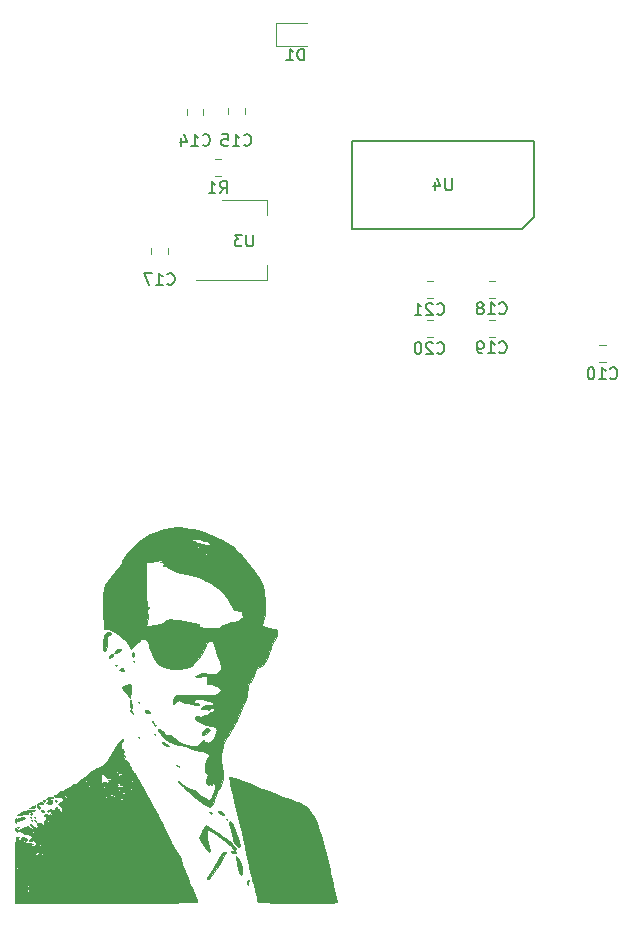
<source format=gbr>
G04 #@! TF.GenerationSoftware,KiCad,Pcbnew,(5.0.2)-1*
G04 #@! TF.CreationDate,2019-03-21T15:49:39-05:00*
G04 #@! TF.ProjectId,noname,6e6f6e61-6d65-42e6-9b69-6361645f7063,rev?*
G04 #@! TF.SameCoordinates,Original*
G04 #@! TF.FileFunction,Legend,Bot*
G04 #@! TF.FilePolarity,Positive*
%FSLAX46Y46*%
G04 Gerber Fmt 4.6, Leading zero omitted, Abs format (unit mm)*
G04 Created by KiCad (PCBNEW (5.0.2)-1) date 3/21/2019 3:49:39 PM*
%MOMM*%
%LPD*%
G01*
G04 APERTURE LIST*
%ADD10C,0.120000*%
%ADD11C,0.150000*%
%ADD12C,0.010000*%
G04 APERTURE END LIST*
D10*
G04 #@! TO.C,C10*
X152758578Y-98960000D02*
X152241422Y-98960000D01*
X152758578Y-97540000D02*
X152241422Y-97540000D01*
G04 #@! TO.C,C14*
X117290000Y-77553922D02*
X117290000Y-78071078D01*
X118710000Y-77553922D02*
X118710000Y-78071078D01*
G04 #@! TO.C,C15*
X120790000Y-78008578D02*
X120790000Y-77491422D01*
X122210000Y-78008578D02*
X122210000Y-77491422D01*
G04 #@! TO.C,C17*
X114290000Y-89348922D02*
X114290000Y-89866078D01*
X115710000Y-89348922D02*
X115710000Y-89866078D01*
G04 #@! TO.C,C18*
X142853922Y-92140000D02*
X143371078Y-92140000D01*
X142853922Y-93560000D02*
X143371078Y-93560000D01*
G04 #@! TO.C,C19*
X142853922Y-96860000D02*
X143371078Y-96860000D01*
X142853922Y-95440000D02*
X143371078Y-95440000D01*
G04 #@! TO.C,C20*
X138113184Y-96861290D02*
X137596028Y-96861290D01*
X138113184Y-95441290D02*
X137596028Y-95441290D01*
G04 #@! TO.C,C21*
X138113184Y-92141290D02*
X137596028Y-92141290D01*
X138113184Y-93561290D02*
X137596028Y-93561290D01*
G04 #@! TO.C,D1*
X127500000Y-72210000D02*
X124815000Y-72210000D01*
X124815000Y-72210000D02*
X124815000Y-70290000D01*
X124815000Y-70290000D02*
X127500000Y-70290000D01*
G04 #@! TO.C,R1*
X119678922Y-83210000D02*
X120196078Y-83210000D01*
X119678922Y-81790000D02*
X120196078Y-81790000D01*
G04 #@! TO.C,U3*
X124060000Y-85260000D02*
X124060000Y-86520000D01*
X124060000Y-92080000D02*
X124060000Y-90820000D01*
X120300000Y-85260000D02*
X124060000Y-85260000D01*
X118050000Y-92080000D02*
X124060000Y-92080000D01*
D11*
G04 #@! TO.C,U4*
X146700000Y-86750000D02*
X146700000Y-80250000D01*
X146700000Y-80250000D02*
X131300000Y-80250000D01*
X131300000Y-80250000D02*
X131300000Y-87750000D01*
X131300000Y-87750000D02*
X145700000Y-87750000D01*
X145700000Y-87750000D02*
X146700000Y-86750000D01*
D12*
G04 #@! TO.C,G\002A\002A\002A*
G36*
X110385624Y-121981559D02*
X110275592Y-122256611D01*
X110223716Y-122685435D01*
X110218667Y-122917512D01*
X110234394Y-123265866D01*
X110279634Y-123458929D01*
X110351479Y-123492885D01*
X110447018Y-123363916D01*
X110488749Y-123271834D01*
X110540575Y-123055563D01*
X110569037Y-122752822D01*
X110570680Y-122552167D01*
X110568604Y-122276423D01*
X110592047Y-122129914D01*
X110653648Y-122073033D01*
X110726027Y-122065334D01*
X110867797Y-122024514D01*
X110884949Y-121939282D01*
X110790167Y-121874502D01*
X110556315Y-121855711D01*
X110385624Y-121981559D01*
X110385624Y-121981559D01*
G37*
X110385624Y-121981559D02*
X110275592Y-122256611D01*
X110223716Y-122685435D01*
X110218667Y-122917512D01*
X110234394Y-123265866D01*
X110279634Y-123458929D01*
X110351479Y-123492885D01*
X110447018Y-123363916D01*
X110488749Y-123271834D01*
X110540575Y-123055563D01*
X110569037Y-122752822D01*
X110570680Y-122552167D01*
X110568604Y-122276423D01*
X110592047Y-122129914D01*
X110653648Y-122073033D01*
X110726027Y-122065334D01*
X110867797Y-122024514D01*
X110884949Y-121939282D01*
X110790167Y-121874502D01*
X110556315Y-121855711D01*
X110385624Y-121981559D01*
G36*
X111509191Y-123300656D02*
X111345260Y-123416380D01*
X111204213Y-123546473D01*
X111150000Y-123634965D01*
X111152652Y-123661681D01*
X111190088Y-123657841D01*
X111306532Y-123610196D01*
X111467500Y-123539851D01*
X111656908Y-123429882D01*
X111741072Y-123326746D01*
X111702915Y-123260529D01*
X111631632Y-123250667D01*
X111509191Y-123300656D01*
X111509191Y-123300656D01*
G37*
X111509191Y-123300656D02*
X111345260Y-123416380D01*
X111204213Y-123546473D01*
X111150000Y-123634965D01*
X111152652Y-123661681D01*
X111190088Y-123657841D01*
X111306532Y-123610196D01*
X111467500Y-123539851D01*
X111656908Y-123429882D01*
X111741072Y-123326746D01*
X111702915Y-123260529D01*
X111631632Y-123250667D01*
X111509191Y-123300656D01*
G36*
X112709596Y-123560024D02*
X112697023Y-123610500D01*
X112685076Y-123826534D01*
X112697023Y-123906834D01*
X112731350Y-124010640D01*
X112774484Y-123957309D01*
X112796956Y-123906834D01*
X112820477Y-123704325D01*
X112796956Y-123610500D01*
X112742272Y-123506694D01*
X112709596Y-123560024D01*
X112709596Y-123560024D01*
G37*
X112709596Y-123560024D02*
X112697023Y-123610500D01*
X112685076Y-123826534D01*
X112697023Y-123906834D01*
X112731350Y-124010640D01*
X112774484Y-123957309D01*
X112796956Y-123906834D01*
X112820477Y-123704325D01*
X112796956Y-123610500D01*
X112742272Y-123506694D01*
X112709596Y-123560024D01*
G36*
X110865785Y-123723399D02*
X110748365Y-123843044D01*
X110726667Y-123937059D01*
X110738670Y-124068897D01*
X110794579Y-124071498D01*
X110924246Y-123943516D01*
X110938804Y-123927481D01*
X111043482Y-123771114D01*
X111015046Y-123697652D01*
X110865785Y-123723399D01*
X110865785Y-123723399D01*
G37*
X110865785Y-123723399D02*
X110748365Y-123843044D01*
X110726667Y-123937059D01*
X110738670Y-124068897D01*
X110794579Y-124071498D01*
X110924246Y-123943516D01*
X110938804Y-123927481D01*
X111043482Y-123771114D01*
X111015046Y-123697652D01*
X110865785Y-123723399D01*
G36*
X112758667Y-124309000D02*
X112801000Y-124351334D01*
X112843334Y-124309000D01*
X112801000Y-124266667D01*
X112758667Y-124309000D01*
X112758667Y-124309000D01*
G37*
X112758667Y-124309000D02*
X112801000Y-124351334D01*
X112843334Y-124309000D01*
X112801000Y-124266667D01*
X112758667Y-124309000D01*
G36*
X111262889Y-124633556D02*
X111274512Y-124683890D01*
X111319334Y-124690000D01*
X111389024Y-124659022D01*
X111375778Y-124633556D01*
X111275299Y-124623423D01*
X111262889Y-124633556D01*
X111262889Y-124633556D01*
G37*
X111262889Y-124633556D02*
X111274512Y-124683890D01*
X111319334Y-124690000D01*
X111389024Y-124659022D01*
X111375778Y-124633556D01*
X111275299Y-124623423D01*
X111262889Y-124633556D01*
G36*
X111612954Y-124948070D02*
X111593087Y-125067972D01*
X111611108Y-125105956D01*
X111718342Y-125176436D01*
X111868620Y-125195855D01*
X111980506Y-125160466D01*
X111996667Y-125123700D01*
X111938671Y-125013891D01*
X111866079Y-124941022D01*
X111724267Y-124892611D01*
X111612954Y-124948070D01*
X111612954Y-124948070D01*
G37*
X111612954Y-124948070D02*
X111593087Y-125067972D01*
X111611108Y-125105956D01*
X111718342Y-125176436D01*
X111868620Y-125195855D01*
X111980506Y-125160466D01*
X111996667Y-125123700D01*
X111938671Y-125013891D01*
X111866079Y-124941022D01*
X111724267Y-124892611D01*
X111612954Y-124948070D01*
G36*
X112156512Y-126298530D02*
X112132079Y-126307153D01*
X111936082Y-126399518D01*
X111832296Y-126490331D01*
X111827334Y-126508503D01*
X111879981Y-126658142D01*
X112005289Y-126855009D01*
X112154314Y-127028496D01*
X112229794Y-127089064D01*
X112356280Y-127220128D01*
X112427792Y-127343064D01*
X112487563Y-127471516D01*
X112492625Y-127442999D01*
X112472649Y-127335834D01*
X112464622Y-127188582D01*
X112491427Y-127145334D01*
X112537185Y-127073701D01*
X112570560Y-126852084D01*
X112591220Y-126518878D01*
X112553260Y-126321552D01*
X112411399Y-126249505D01*
X112156512Y-126298530D01*
X112156512Y-126298530D01*
G37*
X112156512Y-126298530D02*
X112132079Y-126307153D01*
X111936082Y-126399518D01*
X111832296Y-126490331D01*
X111827334Y-126508503D01*
X111879981Y-126658142D01*
X112005289Y-126855009D01*
X112154314Y-127028496D01*
X112229794Y-127089064D01*
X112356280Y-127220128D01*
X112427792Y-127343064D01*
X112487563Y-127471516D01*
X112492625Y-127442999D01*
X112472649Y-127335834D01*
X112464622Y-127188582D01*
X112491427Y-127145334D01*
X112537185Y-127073701D01*
X112570560Y-126852084D01*
X112591220Y-126518878D01*
X112553260Y-126321552D01*
X112411399Y-126249505D01*
X112156512Y-126298530D01*
G36*
X113182000Y-127780334D02*
X113224334Y-127822667D01*
X113266667Y-127780334D01*
X113224334Y-127738000D01*
X113182000Y-127780334D01*
X113182000Y-127780334D01*
G37*
X113182000Y-127780334D02*
X113224334Y-127822667D01*
X113266667Y-127780334D01*
X113224334Y-127738000D01*
X113182000Y-127780334D01*
G36*
X112529539Y-127648640D02*
X112518511Y-127797979D01*
X112514684Y-127928500D01*
X112524809Y-128162808D01*
X112561810Y-128307773D01*
X112589334Y-128330667D01*
X112656213Y-128261448D01*
X112663983Y-128182500D01*
X112636073Y-127993357D01*
X112589334Y-127780334D01*
X112550759Y-127647498D01*
X112529539Y-127648640D01*
X112529539Y-127648640D01*
G37*
X112529539Y-127648640D02*
X112518511Y-127797979D01*
X112514684Y-127928500D01*
X112524809Y-128162808D01*
X112561810Y-128307773D01*
X112589334Y-128330667D01*
X112656213Y-128261448D01*
X112663983Y-128182500D01*
X112636073Y-127993357D01*
X112589334Y-127780334D01*
X112550759Y-127647498D01*
X112529539Y-127648640D01*
G36*
X113733392Y-128444641D02*
X113751226Y-128538823D01*
X113774712Y-128584750D01*
X113908039Y-128723683D01*
X114060745Y-128746219D01*
X114152051Y-128675184D01*
X114136170Y-128571553D01*
X113992025Y-128480036D01*
X113835233Y-128439033D01*
X113733392Y-128444641D01*
X113733392Y-128444641D01*
G37*
X113733392Y-128444641D02*
X113751226Y-128538823D01*
X113774712Y-128584750D01*
X113908039Y-128723683D01*
X114060745Y-128746219D01*
X114152051Y-128675184D01*
X114136170Y-128571553D01*
X113992025Y-128480036D01*
X113835233Y-128439033D01*
X113733392Y-128444641D01*
G36*
X112510821Y-128503542D02*
X112572415Y-128634981D01*
X112628974Y-128716651D01*
X112724839Y-128809242D01*
X112755974Y-128769119D01*
X112702970Y-128621730D01*
X112631667Y-128530238D01*
X112530723Y-128458147D01*
X112510821Y-128503542D01*
X112510821Y-128503542D01*
G37*
X112510821Y-128503542D02*
X112572415Y-128634981D01*
X112628974Y-128716651D01*
X112724839Y-128809242D01*
X112755974Y-128769119D01*
X112702970Y-128621730D01*
X112631667Y-128530238D01*
X112530723Y-128458147D01*
X112510821Y-128503542D01*
G36*
X114322147Y-129434845D02*
X114332121Y-129461691D01*
X114408267Y-129565730D01*
X114498441Y-129609819D01*
X114536667Y-129568700D01*
X114480499Y-129495734D01*
X114407729Y-129429725D01*
X114315938Y-129367951D01*
X114322147Y-129434845D01*
X114322147Y-129434845D01*
G37*
X114322147Y-129434845D02*
X114332121Y-129461691D01*
X114408267Y-129565730D01*
X114498441Y-129609819D01*
X114536667Y-129568700D01*
X114480499Y-129495734D01*
X114407729Y-129429725D01*
X114315938Y-129367951D01*
X114322147Y-129434845D01*
G36*
X114564889Y-129713556D02*
X114576512Y-129763890D01*
X114621334Y-129770000D01*
X114691024Y-129739022D01*
X114677778Y-129713556D01*
X114577299Y-129703423D01*
X114564889Y-129713556D01*
X114564889Y-129713556D01*
G37*
X114564889Y-129713556D02*
X114576512Y-129763890D01*
X114621334Y-129770000D01*
X114691024Y-129739022D01*
X114677778Y-129713556D01*
X114577299Y-129703423D01*
X114564889Y-129713556D01*
G36*
X114536667Y-130489667D02*
X114579000Y-130532000D01*
X114621334Y-130489667D01*
X114579000Y-130447334D01*
X114536667Y-130489667D01*
X114536667Y-130489667D01*
G37*
X114536667Y-130489667D02*
X114579000Y-130532000D01*
X114621334Y-130489667D01*
X114579000Y-130447334D01*
X114536667Y-130489667D01*
G36*
X118928719Y-129981211D02*
X118805639Y-130077815D01*
X118679834Y-130243793D01*
X118587574Y-130419597D01*
X118565130Y-130545682D01*
X118574676Y-130562453D01*
X118665806Y-130610823D01*
X118789473Y-130569771D01*
X118985322Y-130424290D01*
X119023270Y-130392623D01*
X119186042Y-130240283D01*
X119228309Y-130140066D01*
X119171798Y-130050845D01*
X119016880Y-129974248D01*
X118928719Y-129981211D01*
X118928719Y-129981211D01*
G37*
X118928719Y-129981211D02*
X118805639Y-130077815D01*
X118679834Y-130243793D01*
X118587574Y-130419597D01*
X118565130Y-130545682D01*
X118574676Y-130562453D01*
X118665806Y-130610823D01*
X118789473Y-130569771D01*
X118985322Y-130424290D01*
X119023270Y-130392623D01*
X119186042Y-130240283D01*
X119228309Y-130140066D01*
X119171798Y-130050845D01*
X119016880Y-129974248D01*
X118928719Y-129981211D01*
G36*
X113182000Y-130743667D02*
X113224334Y-130786000D01*
X113266667Y-130743667D01*
X113224334Y-130701334D01*
X113182000Y-130743667D01*
X113182000Y-130743667D01*
G37*
X113182000Y-130743667D02*
X113224334Y-130786000D01*
X113266667Y-130743667D01*
X113224334Y-130701334D01*
X113182000Y-130743667D01*
G36*
X115214018Y-131195221D02*
X115214000Y-131196617D01*
X115281395Y-131298644D01*
X115439112Y-131419863D01*
X115620457Y-131516077D01*
X115740188Y-131545307D01*
X115769678Y-131503738D01*
X115679667Y-131412104D01*
X115437567Y-131243628D01*
X115274751Y-131167817D01*
X115214018Y-131195221D01*
X115214018Y-131195221D01*
G37*
X115214018Y-131195221D02*
X115214000Y-131196617D01*
X115281395Y-131298644D01*
X115439112Y-131419863D01*
X115620457Y-131516077D01*
X115740188Y-131545307D01*
X115769678Y-131503738D01*
X115679667Y-131412104D01*
X115437567Y-131243628D01*
X115274751Y-131167817D01*
X115214018Y-131195221D01*
G36*
X111941104Y-132277203D02*
X111954334Y-132310000D01*
X112030416Y-132390771D01*
X112043997Y-132394667D01*
X112080363Y-132329161D01*
X112081334Y-132310000D01*
X112016246Y-132228587D01*
X111991670Y-132225334D01*
X111941104Y-132277203D01*
X111941104Y-132277203D01*
G37*
X111941104Y-132277203D02*
X111954334Y-132310000D01*
X112030416Y-132390771D01*
X112043997Y-132394667D01*
X112080363Y-132329161D01*
X112081334Y-132310000D01*
X112016246Y-132228587D01*
X111991670Y-132225334D01*
X111941104Y-132277203D01*
G36*
X116399334Y-133114334D02*
X116441667Y-133156667D01*
X116484000Y-133114334D01*
X116441667Y-133072000D01*
X116399334Y-133114334D01*
X116399334Y-133114334D01*
G37*
X116399334Y-133114334D02*
X116441667Y-133156667D01*
X116484000Y-133114334D01*
X116441667Y-133072000D01*
X116399334Y-133114334D01*
G36*
X116568667Y-133199000D02*
X116611000Y-133241334D01*
X116653334Y-133199000D01*
X116611000Y-133156667D01*
X116568667Y-133199000D01*
X116568667Y-133199000D01*
G37*
X116568667Y-133199000D02*
X116611000Y-133241334D01*
X116653334Y-133199000D01*
X116611000Y-133156667D01*
X116568667Y-133199000D01*
G36*
X105608533Y-135816318D02*
X105450619Y-135872376D01*
X105392667Y-135952280D01*
X105463594Y-136019765D01*
X105562000Y-136035334D01*
X105699518Y-135996133D01*
X105731334Y-135941608D01*
X105794041Y-135887450D01*
X105879500Y-135904291D01*
X105974937Y-135927775D01*
X105930967Y-135863250D01*
X105928033Y-135860282D01*
X105792601Y-135808003D01*
X105608533Y-135816318D01*
X105608533Y-135816318D01*
G37*
X105608533Y-135816318D02*
X105450619Y-135872376D01*
X105392667Y-135952280D01*
X105463594Y-136019765D01*
X105562000Y-136035334D01*
X105699518Y-135996133D01*
X105731334Y-135941608D01*
X105794041Y-135887450D01*
X105879500Y-135904291D01*
X105974937Y-135927775D01*
X105930967Y-135863250D01*
X105928033Y-135860282D01*
X105792601Y-135808003D01*
X105608533Y-135816318D01*
G36*
X105142113Y-136096794D02*
X105138667Y-136120000D01*
X105167554Y-136202466D01*
X105176004Y-136204667D01*
X105248290Y-136145338D01*
X105265667Y-136120000D01*
X105258954Y-136041981D01*
X105228331Y-136035334D01*
X105142113Y-136096794D01*
X105142113Y-136096794D01*
G37*
X105142113Y-136096794D02*
X105138667Y-136120000D01*
X105167554Y-136202466D01*
X105176004Y-136204667D01*
X105248290Y-136145338D01*
X105265667Y-136120000D01*
X105258954Y-136041981D01*
X105228331Y-136035334D01*
X105142113Y-136096794D01*
G36*
X106104369Y-136076379D02*
X106112334Y-136120000D01*
X106220577Y-136201437D01*
X106244331Y-136204667D01*
X106321720Y-136140088D01*
X106324000Y-136120000D01*
X106255085Y-136045696D01*
X106192004Y-136035334D01*
X106104369Y-136076379D01*
X106104369Y-136076379D01*
G37*
X106104369Y-136076379D02*
X106112334Y-136120000D01*
X106220577Y-136201437D01*
X106244331Y-136204667D01*
X106321720Y-136140088D01*
X106324000Y-136120000D01*
X106255085Y-136045696D01*
X106192004Y-136035334D01*
X106104369Y-136076379D01*
G36*
X105646667Y-136145917D02*
X105471648Y-136227626D01*
X105393000Y-136295264D01*
X105392667Y-136298286D01*
X105466105Y-136348701D01*
X105643097Y-136391531D01*
X105646667Y-136392060D01*
X105826092Y-136400031D01*
X105893317Y-136329837D01*
X105900667Y-136239691D01*
X105885786Y-136115099D01*
X105808589Y-136093190D01*
X105646667Y-136145917D01*
X105646667Y-136145917D01*
G37*
X105646667Y-136145917D02*
X105471648Y-136227626D01*
X105393000Y-136295264D01*
X105392667Y-136298286D01*
X105466105Y-136348701D01*
X105643097Y-136391531D01*
X105646667Y-136392060D01*
X105826092Y-136400031D01*
X105893317Y-136329837D01*
X105900667Y-136239691D01*
X105885786Y-136115099D01*
X105808589Y-136093190D01*
X105646667Y-136145917D01*
G36*
X116385387Y-112997891D02*
X115940694Y-113045539D01*
X115481214Y-113124268D01*
X115056107Y-113228299D01*
X114937111Y-113265407D01*
X114189415Y-113587188D01*
X113463083Y-114036703D01*
X112818000Y-114576791D01*
X112808114Y-114586510D01*
X112475121Y-114940288D01*
X112189822Y-115291780D01*
X111973968Y-115610212D01*
X111849308Y-115864809D01*
X111827334Y-115974278D01*
X111771557Y-116090398D01*
X111620617Y-116295003D01*
X111399098Y-116556851D01*
X111190779Y-116783202D01*
X110859606Y-117154447D01*
X110601450Y-117509745D01*
X110410278Y-117874954D01*
X110280059Y-118275933D01*
X110204761Y-118738539D01*
X110178351Y-119288630D01*
X110194797Y-119952064D01*
X110248067Y-120754700D01*
X110252204Y-120806618D01*
X110317655Y-121622236D01*
X110655083Y-121626893D01*
X110866989Y-121651294D01*
X111068453Y-121734749D01*
X111309576Y-121902315D01*
X111473423Y-122036186D01*
X111824660Y-122333570D01*
X112069939Y-122548843D01*
X112233874Y-122707710D01*
X112341079Y-122835878D01*
X112416167Y-122959054D01*
X112474154Y-123081334D01*
X112562962Y-123264991D01*
X112619155Y-123309519D01*
X112674204Y-123232528D01*
X112689030Y-123201577D01*
X112819988Y-123033792D01*
X113014023Y-122882334D01*
X113199903Y-122732944D01*
X113309055Y-122573137D01*
X113309554Y-122571590D01*
X113426101Y-122440394D01*
X113618789Y-122406744D01*
X113821967Y-122475620D01*
X113886418Y-122527847D01*
X113975505Y-122678169D01*
X114068168Y-122927524D01*
X114114900Y-123099347D01*
X114317764Y-123753406D01*
X114590925Y-124258258D01*
X114944295Y-124622895D01*
X115387787Y-124856312D01*
X115931314Y-124967500D01*
X116187667Y-124979872D01*
X116751007Y-124967680D01*
X117182826Y-124911715D01*
X117517147Y-124803837D01*
X117787990Y-124635908D01*
X117851790Y-124581782D01*
X118037752Y-124386485D01*
X118252223Y-124118576D01*
X118468157Y-123817815D01*
X118658507Y-123523959D01*
X118796228Y-123276764D01*
X118854274Y-123115989D01*
X118854667Y-123107562D01*
X118909951Y-122916821D01*
X119041944Y-122724492D01*
X119199856Y-122594763D01*
X119277371Y-122573334D01*
X119403904Y-122597741D01*
X119507213Y-122689016D01*
X119602795Y-122874235D01*
X119706148Y-123180475D01*
X119786227Y-123462334D01*
X119888348Y-123810423D01*
X119991541Y-124120784D01*
X120076536Y-124336272D01*
X120090415Y-124364397D01*
X120202410Y-124711839D01*
X120168297Y-125013690D01*
X120009517Y-125248866D01*
X119747515Y-125396280D01*
X119403731Y-125434845D01*
X119069469Y-125368368D01*
X118811318Y-125311579D01*
X118553105Y-125333887D01*
X118383742Y-125378025D01*
X118167845Y-125460247D01*
X118047061Y-125542821D01*
X118036922Y-125576558D01*
X118081083Y-125629363D01*
X118189067Y-125650576D01*
X118397010Y-125642210D01*
X118685334Y-125612665D01*
X118981667Y-125579000D01*
X118973794Y-125946492D01*
X118975535Y-126174021D01*
X119013852Y-126274438D01*
X119118771Y-126289835D01*
X119210355Y-126278109D01*
X119399168Y-126273914D01*
X119498392Y-126312783D01*
X119610144Y-126372980D01*
X119697272Y-126383334D01*
X119852843Y-126444027D01*
X119901285Y-126510333D01*
X120014436Y-126622964D01*
X120079677Y-126637334D01*
X120195009Y-126685159D01*
X120192640Y-126802428D01*
X120084663Y-126949826D01*
X119952803Y-127049828D01*
X119839576Y-127108458D01*
X119705604Y-127148866D01*
X119521755Y-127173193D01*
X119258900Y-127183581D01*
X118887907Y-127182171D01*
X118379646Y-127171103D01*
X118322970Y-127169622D01*
X117846164Y-127158107D01*
X117419512Y-127149780D01*
X117075954Y-127145130D01*
X116848431Y-127144649D01*
X116780334Y-127146640D01*
X116550254Y-127163848D01*
X116452812Y-127170745D01*
X116306476Y-127253931D01*
X116175427Y-127440439D01*
X116092633Y-127665184D01*
X116091060Y-127863080D01*
X116095544Y-127876098D01*
X116157258Y-127974116D01*
X116223118Y-127918470D01*
X116348049Y-127796763D01*
X116493730Y-127705079D01*
X116669806Y-127648954D01*
X116848272Y-127692360D01*
X116949667Y-127744700D01*
X117139665Y-127824095D01*
X117410175Y-127905996D01*
X117712441Y-127979697D01*
X117997708Y-128034491D01*
X118217222Y-128059673D01*
X118321043Y-128045846D01*
X118331560Y-127949705D01*
X118245421Y-127864979D01*
X118132627Y-127854195D01*
X117997881Y-127844754D01*
X117895316Y-127751702D01*
X117870029Y-127634287D01*
X117917854Y-127572053D01*
X118106172Y-127517751D01*
X118380697Y-127501379D01*
X118662803Y-127522094D01*
X118873864Y-127579053D01*
X118880283Y-127582376D01*
X119100781Y-127663515D01*
X119252133Y-127693287D01*
X119476739Y-127760553D01*
X119586409Y-127872772D01*
X119576875Y-127987993D01*
X119443873Y-128064268D01*
X119290771Y-128073196D01*
X118937654Y-128063746D01*
X118714000Y-128087080D01*
X118636287Y-128140956D01*
X118643000Y-128161334D01*
X118622895Y-128233063D01*
X118558334Y-128246000D01*
X118466886Y-128285824D01*
X118473667Y-128330667D01*
X118587114Y-128389332D01*
X118788837Y-128414041D01*
X118796164Y-128414037D01*
X118964227Y-128401973D01*
X118980072Y-128361931D01*
X118939334Y-128330667D01*
X118872202Y-128268686D01*
X118956055Y-128248185D01*
X119000177Y-128247297D01*
X119135796Y-128277723D01*
X119137951Y-128391240D01*
X119136953Y-128394167D01*
X119113885Y-128484334D01*
X119163778Y-128440948D01*
X119212033Y-128380410D01*
X119361041Y-128274281D01*
X119503560Y-128286385D01*
X119580665Y-128401799D01*
X119579984Y-128473596D01*
X119498521Y-128592326D01*
X119375040Y-128600512D01*
X119223912Y-128625453D01*
X119193334Y-128706345D01*
X119121646Y-128815041D01*
X119009501Y-128838667D01*
X118802362Y-128894285D01*
X118668833Y-128980600D01*
X118525717Y-129070934D01*
X118415389Y-129025885D01*
X118412400Y-129022933D01*
X118237020Y-128923485D01*
X118071629Y-128937106D01*
X117967551Y-129041947D01*
X117973577Y-129209750D01*
X118082102Y-129324251D01*
X118300342Y-129462360D01*
X118575863Y-129598897D01*
X118856227Y-129708681D01*
X119088999Y-129766533D01*
X119140246Y-129770000D01*
X119492871Y-129823778D01*
X119732610Y-129969715D01*
X119843925Y-130184719D01*
X119811275Y-130445694D01*
X119712222Y-130620048D01*
X119592041Y-130799532D01*
X119532763Y-130921239D01*
X119531465Y-130930738D01*
X119464848Y-131013442D01*
X119302637Y-131127244D01*
X119277465Y-131141896D01*
X119105472Y-131217405D01*
X119025550Y-131205436D01*
X119024000Y-131195521D01*
X118957263Y-131139975D01*
X118861002Y-131147542D01*
X118742071Y-131149168D01*
X118741700Y-131051584D01*
X118720987Y-131024434D01*
X118619405Y-131110179D01*
X118539019Y-131198002D01*
X118347409Y-131385861D01*
X118153472Y-131468193D01*
X117917488Y-131485585D01*
X117631016Y-131477463D01*
X117381252Y-131454062D01*
X117330667Y-131445480D01*
X117088821Y-131369561D01*
X116827353Y-131247539D01*
X116594310Y-131107325D01*
X116437739Y-130976829D01*
X116399334Y-130904452D01*
X116328669Y-130808892D01*
X116227343Y-130786000D01*
X116064538Y-130730829D01*
X116006618Y-130659000D01*
X115881449Y-130562779D01*
X115633272Y-130532000D01*
X115408443Y-130508554D01*
X115262867Y-130450551D01*
X115248249Y-130434252D01*
X115238270Y-130376315D01*
X115285585Y-130396915D01*
X115372590Y-130400318D01*
X115383334Y-130365006D01*
X115314568Y-130261787D01*
X115235167Y-130218019D01*
X115076656Y-130125373D01*
X115027026Y-130073217D01*
X114935745Y-130032675D01*
X114869559Y-130080575D01*
X114849180Y-130164450D01*
X114924613Y-130303216D01*
X115109810Y-130518493D01*
X115237865Y-130651367D01*
X115474701Y-130876170D01*
X115680321Y-131043142D01*
X115816782Y-131122094D01*
X115832777Y-131124667D01*
X115964070Y-131171028D01*
X115990112Y-131208052D01*
X116082065Y-131266239D01*
X116292547Y-131333287D01*
X116526334Y-131384866D01*
X116829033Y-131446503D01*
X117083929Y-131508803D01*
X117203667Y-131546525D01*
X117683846Y-131725293D01*
X118076278Y-131841452D01*
X118351540Y-131886404D01*
X118367792Y-131886667D01*
X118584397Y-131919996D01*
X118828061Y-132003202D01*
X119043486Y-132111116D01*
X119175374Y-132218568D01*
X119192776Y-132262181D01*
X119149104Y-132389387D01*
X119043586Y-132577560D01*
X119032409Y-132594732D01*
X118941507Y-132802513D01*
X118882512Y-133072251D01*
X118857272Y-133356968D01*
X118867637Y-133609685D01*
X118915458Y-133783422D01*
X118983617Y-133834000D01*
X119084639Y-133861455D01*
X119094071Y-133963751D01*
X119011492Y-134170783D01*
X118977901Y-134239444D01*
X118897410Y-134445039D01*
X118912959Y-134595291D01*
X118955934Y-134675785D01*
X119083790Y-134827718D01*
X119188999Y-134820957D01*
X119241254Y-134756294D01*
X119317687Y-134717651D01*
X119371954Y-134777461D01*
X119426577Y-134818682D01*
X119446904Y-134702545D01*
X119447334Y-134680667D01*
X119461208Y-134544350D01*
X119508248Y-134560619D01*
X119533297Y-134596000D01*
X119613226Y-134680376D01*
X119691330Y-134614695D01*
X119704475Y-134596000D01*
X119752082Y-134568108D01*
X119756777Y-134667666D01*
X119725233Y-134860216D01*
X119664121Y-135111296D01*
X119580114Y-135386447D01*
X119518514Y-135556443D01*
X119406052Y-135806820D01*
X119287625Y-136012697D01*
X119185094Y-136143787D01*
X119120321Y-136169805D01*
X119118411Y-136162334D01*
X118939334Y-136162334D01*
X118897000Y-136204667D01*
X118854667Y-136162334D01*
X118897000Y-136120000D01*
X118939334Y-136162334D01*
X119118411Y-136162334D01*
X119108667Y-136124233D01*
X119039433Y-136027331D01*
X118876995Y-135927685D01*
X118658169Y-135806971D01*
X118510507Y-135696667D01*
X118225124Y-135442597D01*
X117995265Y-135266834D01*
X117848770Y-135190305D01*
X117834650Y-135188667D01*
X117674346Y-135143027D01*
X117430860Y-135025561D01*
X117156917Y-134865449D01*
X116905244Y-134691874D01*
X116833973Y-134634854D01*
X116643663Y-134485455D01*
X116559065Y-134442053D01*
X116568738Y-134488379D01*
X116661239Y-134608167D01*
X116825125Y-134785149D01*
X117048955Y-135003056D01*
X117171804Y-135115159D01*
X117478277Y-135389347D01*
X117776170Y-135656227D01*
X118016058Y-135871505D01*
X118081971Y-135930789D01*
X118318511Y-136121606D01*
X118549995Y-136274299D01*
X118621834Y-136311290D01*
X118786433Y-136401250D01*
X118854667Y-136471052D01*
X118925629Y-136533983D01*
X119098057Y-136611509D01*
X119114044Y-136617188D01*
X119289372Y-136664828D01*
X119389664Y-136623702D01*
X119476012Y-136461635D01*
X119495044Y-136416523D01*
X119575974Y-136193408D01*
X119615806Y-136025881D01*
X119616667Y-136010113D01*
X119652415Y-135889052D01*
X119748757Y-135655239D01*
X119889344Y-135346763D01*
X119998471Y-135120680D01*
X120170702Y-134765940D01*
X120278870Y-134512555D01*
X120334751Y-134310479D01*
X120350117Y-134109665D01*
X120336745Y-133860066D01*
X120325551Y-133730453D01*
X120288364Y-133405302D01*
X120242379Y-133133408D01*
X120197226Y-132971140D01*
X120195043Y-132966681D01*
X120164774Y-132795634D01*
X120169569Y-132511718D01*
X120202643Y-132166142D01*
X120257210Y-131810117D01*
X120326484Y-131494853D01*
X120403679Y-131271560D01*
X120424601Y-131234289D01*
X120547732Y-131034496D01*
X120699578Y-130772953D01*
X120753463Y-130676683D01*
X121173742Y-129909824D01*
X121516008Y-129267760D01*
X121789057Y-128729895D01*
X122001682Y-128275634D01*
X122162678Y-127884383D01*
X122280842Y-127535546D01*
X122364966Y-127208527D01*
X122423847Y-126882733D01*
X122446909Y-126711070D01*
X122519784Y-126351645D01*
X122644495Y-126111929D01*
X122705483Y-126046093D01*
X122846926Y-125848590D01*
X122968626Y-125571383D01*
X123003359Y-125451893D01*
X123082827Y-125196065D01*
X123109959Y-125155667D01*
X122072000Y-125155667D01*
X122029667Y-125198000D01*
X121987334Y-125155667D01*
X122029667Y-125113334D01*
X122072000Y-125155667D01*
X123109959Y-125155667D01*
X123202071Y-125018522D01*
X123409958Y-124855443D01*
X123507822Y-124793003D01*
X123715617Y-124652076D01*
X123863733Y-124507828D01*
X123984888Y-124314553D01*
X124111801Y-124026544D01*
X124178799Y-123855697D01*
X124298846Y-123531509D01*
X124390318Y-123259939D01*
X124438640Y-123085241D01*
X124442667Y-123054435D01*
X124489564Y-122922147D01*
X124609151Y-122714785D01*
X124696667Y-122586770D01*
X124899446Y-122214663D01*
X124950667Y-121940680D01*
X124949739Y-121931278D01*
X113598650Y-121931278D01*
X113583083Y-122041092D01*
X113554181Y-122042403D01*
X113535620Y-121938334D01*
X112589334Y-121938334D01*
X112547000Y-121980667D01*
X112504667Y-121938334D01*
X112547000Y-121896000D01*
X112589334Y-121938334D01*
X113535620Y-121938334D01*
X113533970Y-121929086D01*
X113547497Y-121880125D01*
X113585092Y-121848055D01*
X113598650Y-121931278D01*
X124949739Y-121931278D01*
X124930154Y-121732962D01*
X124841680Y-121631829D01*
X124717834Y-121592098D01*
X124267918Y-121486039D01*
X123961227Y-121403759D01*
X123774739Y-121336845D01*
X123685434Y-121276887D01*
X123670291Y-121215470D01*
X123671713Y-121209817D01*
X123713024Y-121065517D01*
X123783002Y-120822760D01*
X123834773Y-120643715D01*
X123887011Y-120428458D01*
X122067000Y-120428458D01*
X122040590Y-120557375D01*
X121964420Y-120661009D01*
X121631405Y-120881815D01*
X121240062Y-120964622D01*
X121230900Y-120964667D01*
X121050095Y-120983476D01*
X120971443Y-121028924D01*
X120971334Y-121030849D01*
X120897815Y-121091521D01*
X120711217Y-121170401D01*
X120590334Y-121209528D01*
X120365988Y-121289111D01*
X120229076Y-121363397D01*
X120209334Y-121391137D01*
X120163706Y-121457485D01*
X120013104Y-121503253D01*
X119736949Y-121531820D01*
X119314665Y-121546565D01*
X119256834Y-121547512D01*
X118895872Y-121541700D01*
X118671882Y-121512893D01*
X118600667Y-121466961D01*
X118534967Y-121414947D01*
X118435341Y-121429062D01*
X118312542Y-121439157D01*
X118299389Y-121329926D01*
X118302375Y-121313503D01*
X118295769Y-121208390D01*
X118202721Y-121134834D01*
X117987694Y-121069671D01*
X117896201Y-121048763D01*
X117517526Y-120975482D01*
X117072935Y-120904773D01*
X116619864Y-120844276D01*
X116215749Y-120801635D01*
X115918026Y-120784491D01*
X115909616Y-120784445D01*
X115621481Y-120850189D01*
X115486283Y-120959098D01*
X115320193Y-121081843D01*
X115030065Y-121189067D01*
X114599928Y-121285478D01*
X114121815Y-121361120D01*
X113896221Y-121384319D01*
X113806163Y-121365158D01*
X113821646Y-121296958D01*
X113823101Y-121294608D01*
X113898755Y-121121998D01*
X113960864Y-120892368D01*
X114002795Y-120652376D01*
X114017915Y-120448681D01*
X113999590Y-120327940D01*
X113961853Y-120318634D01*
X113915123Y-120298188D01*
X113922414Y-120179833D01*
X113972289Y-120021830D01*
X114045591Y-119892001D01*
X114058608Y-119775512D01*
X113996468Y-119722346D01*
X113953556Y-119672866D01*
X113920116Y-119564935D01*
X113894538Y-119378423D01*
X113875212Y-119093199D01*
X113860529Y-118689133D01*
X113848880Y-118146096D01*
X113843606Y-117810423D01*
X113837687Y-117272262D01*
X113835999Y-116795673D01*
X113838335Y-116405045D01*
X113844486Y-116124766D01*
X113854245Y-115979223D01*
X113859334Y-115964144D01*
X113961559Y-115953566D01*
X114173290Y-115932373D01*
X114305101Y-115919322D01*
X114600358Y-115876886D01*
X114861190Y-115817756D01*
X114930677Y-115795054D01*
X115114096Y-115750681D01*
X115209939Y-115771889D01*
X115185806Y-115843337D01*
X115126882Y-115887974D01*
X115063268Y-115947719D01*
X115152023Y-115967385D01*
X115187837Y-115968037D01*
X115358683Y-116003730D01*
X115425667Y-116054000D01*
X115405562Y-116125729D01*
X115341000Y-116138667D01*
X115251205Y-116180891D01*
X115259901Y-116229106D01*
X115375453Y-116284406D01*
X115436152Y-116273359D01*
X115578225Y-116293615D01*
X115725442Y-116396108D01*
X115932692Y-116544242D01*
X116255493Y-116681845D01*
X116711989Y-116815283D01*
X117288334Y-116944459D01*
X117888254Y-117078769D01*
X118332409Y-117207679D01*
X118634089Y-117335462D01*
X118755614Y-117416166D01*
X118900050Y-117511736D01*
X119146258Y-117651263D01*
X119443128Y-117805899D01*
X119468171Y-117818374D01*
X119806955Y-118005847D01*
X120069638Y-118208991D01*
X120318433Y-118480831D01*
X120461544Y-118665040D01*
X120678330Y-118963788D01*
X120868630Y-119244124D01*
X120997221Y-119453772D01*
X121012627Y-119483000D01*
X121180134Y-119780118D01*
X121336210Y-119948757D01*
X121521127Y-120021685D01*
X121689042Y-120033334D01*
X121894790Y-120045219D01*
X121971739Y-120097296D01*
X121962802Y-120202667D01*
X121958053Y-120337675D01*
X121995260Y-120372000D01*
X122067000Y-120428458D01*
X123887011Y-120428458D01*
X123888605Y-120421892D01*
X123918713Y-120186585D01*
X123926333Y-119897975D01*
X123912706Y-119516246D01*
X123883814Y-119067371D01*
X123849222Y-118607130D01*
X123815751Y-118275731D01*
X123773508Y-118033040D01*
X123712601Y-117838925D01*
X123623136Y-117653251D01*
X123495221Y-117435886D01*
X123472466Y-117398656D01*
X122818312Y-116435000D01*
X116060667Y-116435000D01*
X116018334Y-116477334D01*
X115976000Y-116435000D01*
X116018334Y-116392667D01*
X116060667Y-116435000D01*
X122818312Y-116435000D01*
X122743947Y-116325451D01*
X122400626Y-115908936D01*
X117909686Y-115908936D01*
X117889085Y-115956252D01*
X117803835Y-116047145D01*
X117754825Y-116028500D01*
X117754000Y-116016664D01*
X117814137Y-115945051D01*
X117851749Y-115918915D01*
X117909686Y-115908936D01*
X122400626Y-115908936D01*
X122220297Y-115690163D01*
X117955137Y-115690163D01*
X117838667Y-115701965D01*
X117718472Y-115688660D01*
X117732834Y-115659260D01*
X117906176Y-115648078D01*
X117944500Y-115659260D01*
X117955137Y-115690163D01*
X122220297Y-115690163D01*
X122054941Y-115489556D01*
X118911112Y-115489556D01*
X118899489Y-115539890D01*
X118854667Y-115546000D01*
X118784977Y-115515022D01*
X118798223Y-115489556D01*
X118898702Y-115479423D01*
X118911112Y-115489556D01*
X122054941Y-115489556D01*
X121998083Y-115420576D01*
X118549143Y-115420576D01*
X118527875Y-115442278D01*
X118353153Y-115452130D01*
X118325500Y-115452894D01*
X118121542Y-115438408D01*
X118013289Y-115391911D01*
X118008000Y-115376667D01*
X118060668Y-115308889D01*
X118231084Y-115320720D01*
X118431334Y-115376667D01*
X118549143Y-115420576D01*
X121998083Y-115420576D01*
X121946975Y-115358574D01*
X119206486Y-115358574D01*
X119096678Y-115349536D01*
X118902056Y-115296791D01*
X118770000Y-115249667D01*
X118606220Y-115174213D01*
X118602383Y-115136669D01*
X118643000Y-115132927D01*
X118839507Y-115165859D01*
X119066334Y-115246609D01*
X119205149Y-115324174D01*
X119206486Y-115358574D01*
X121946975Y-115358574D01*
X121933443Y-115342158D01*
X121662157Y-115054026D01*
X121389167Y-114783623D01*
X121256254Y-114668652D01*
X118641085Y-114668652D01*
X118600667Y-114699334D01*
X118507259Y-114755658D01*
X118422329Y-114772760D01*
X118292628Y-114746562D01*
X118064909Y-114672982D01*
X118008000Y-114653922D01*
X117804410Y-114582580D01*
X117755612Y-114554012D01*
X117854348Y-114561864D01*
X117912750Y-114570540D01*
X118204774Y-114603102D01*
X118463084Y-114615963D01*
X118628172Y-114628111D01*
X118641085Y-114668652D01*
X121256254Y-114668652D01*
X121146314Y-114573554D01*
X120890184Y-114394438D01*
X120855820Y-114374934D01*
X119346209Y-114374934D01*
X119323604Y-114416155D01*
X119235667Y-114453926D01*
X119015067Y-114490948D01*
X118897000Y-114477981D01*
X118705286Y-114429089D01*
X118446209Y-114364242D01*
X118389000Y-114350061D01*
X118155427Y-114278553D01*
X117992926Y-114204192D01*
X117969900Y-114186478D01*
X117911563Y-114159611D01*
X117003750Y-114159611D01*
X116891293Y-114174269D01*
X116865000Y-114174828D01*
X116720405Y-114165676D01*
X116707674Y-114139172D01*
X116715222Y-114135798D01*
X116883302Y-114119049D01*
X116969222Y-114132660D01*
X117003750Y-114159611D01*
X117911563Y-114159611D01*
X117829122Y-114121643D01*
X117673567Y-114097600D01*
X117588801Y-114081420D01*
X117666614Y-114045497D01*
X117820985Y-114007261D01*
X118128387Y-113969126D01*
X118416118Y-114019103D01*
X118555312Y-114067680D01*
X118797351Y-114139397D01*
X118982480Y-114157683D01*
X119030576Y-114144936D01*
X119095581Y-114128652D01*
X119078186Y-114172156D01*
X119101727Y-114263512D01*
X119213271Y-114324765D01*
X119346209Y-114374934D01*
X120855820Y-114374934D01*
X120577361Y-114216893D01*
X120164430Y-114011535D01*
X120020238Y-113942812D01*
X119372517Y-113651789D01*
X119345414Y-113641000D01*
X116738000Y-113641000D01*
X116695667Y-113683334D01*
X116653334Y-113641000D01*
X116695667Y-113598667D01*
X116738000Y-113641000D01*
X119345414Y-113641000D01*
X118770967Y-113412330D01*
X118241289Y-113233223D01*
X117809184Y-113123260D01*
X117528631Y-113090667D01*
X117260241Y-113066094D01*
X117033775Y-113018952D01*
X116766133Y-112987103D01*
X116385387Y-112997891D01*
X116385387Y-112997891D01*
G37*
X116385387Y-112997891D02*
X115940694Y-113045539D01*
X115481214Y-113124268D01*
X115056107Y-113228299D01*
X114937111Y-113265407D01*
X114189415Y-113587188D01*
X113463083Y-114036703D01*
X112818000Y-114576791D01*
X112808114Y-114586510D01*
X112475121Y-114940288D01*
X112189822Y-115291780D01*
X111973968Y-115610212D01*
X111849308Y-115864809D01*
X111827334Y-115974278D01*
X111771557Y-116090398D01*
X111620617Y-116295003D01*
X111399098Y-116556851D01*
X111190779Y-116783202D01*
X110859606Y-117154447D01*
X110601450Y-117509745D01*
X110410278Y-117874954D01*
X110280059Y-118275933D01*
X110204761Y-118738539D01*
X110178351Y-119288630D01*
X110194797Y-119952064D01*
X110248067Y-120754700D01*
X110252204Y-120806618D01*
X110317655Y-121622236D01*
X110655083Y-121626893D01*
X110866989Y-121651294D01*
X111068453Y-121734749D01*
X111309576Y-121902315D01*
X111473423Y-122036186D01*
X111824660Y-122333570D01*
X112069939Y-122548843D01*
X112233874Y-122707710D01*
X112341079Y-122835878D01*
X112416167Y-122959054D01*
X112474154Y-123081334D01*
X112562962Y-123264991D01*
X112619155Y-123309519D01*
X112674204Y-123232528D01*
X112689030Y-123201577D01*
X112819988Y-123033792D01*
X113014023Y-122882334D01*
X113199903Y-122732944D01*
X113309055Y-122573137D01*
X113309554Y-122571590D01*
X113426101Y-122440394D01*
X113618789Y-122406744D01*
X113821967Y-122475620D01*
X113886418Y-122527847D01*
X113975505Y-122678169D01*
X114068168Y-122927524D01*
X114114900Y-123099347D01*
X114317764Y-123753406D01*
X114590925Y-124258258D01*
X114944295Y-124622895D01*
X115387787Y-124856312D01*
X115931314Y-124967500D01*
X116187667Y-124979872D01*
X116751007Y-124967680D01*
X117182826Y-124911715D01*
X117517147Y-124803837D01*
X117787990Y-124635908D01*
X117851790Y-124581782D01*
X118037752Y-124386485D01*
X118252223Y-124118576D01*
X118468157Y-123817815D01*
X118658507Y-123523959D01*
X118796228Y-123276764D01*
X118854274Y-123115989D01*
X118854667Y-123107562D01*
X118909951Y-122916821D01*
X119041944Y-122724492D01*
X119199856Y-122594763D01*
X119277371Y-122573334D01*
X119403904Y-122597741D01*
X119507213Y-122689016D01*
X119602795Y-122874235D01*
X119706148Y-123180475D01*
X119786227Y-123462334D01*
X119888348Y-123810423D01*
X119991541Y-124120784D01*
X120076536Y-124336272D01*
X120090415Y-124364397D01*
X120202410Y-124711839D01*
X120168297Y-125013690D01*
X120009517Y-125248866D01*
X119747515Y-125396280D01*
X119403731Y-125434845D01*
X119069469Y-125368368D01*
X118811318Y-125311579D01*
X118553105Y-125333887D01*
X118383742Y-125378025D01*
X118167845Y-125460247D01*
X118047061Y-125542821D01*
X118036922Y-125576558D01*
X118081083Y-125629363D01*
X118189067Y-125650576D01*
X118397010Y-125642210D01*
X118685334Y-125612665D01*
X118981667Y-125579000D01*
X118973794Y-125946492D01*
X118975535Y-126174021D01*
X119013852Y-126274438D01*
X119118771Y-126289835D01*
X119210355Y-126278109D01*
X119399168Y-126273914D01*
X119498392Y-126312783D01*
X119610144Y-126372980D01*
X119697272Y-126383334D01*
X119852843Y-126444027D01*
X119901285Y-126510333D01*
X120014436Y-126622964D01*
X120079677Y-126637334D01*
X120195009Y-126685159D01*
X120192640Y-126802428D01*
X120084663Y-126949826D01*
X119952803Y-127049828D01*
X119839576Y-127108458D01*
X119705604Y-127148866D01*
X119521755Y-127173193D01*
X119258900Y-127183581D01*
X118887907Y-127182171D01*
X118379646Y-127171103D01*
X118322970Y-127169622D01*
X117846164Y-127158107D01*
X117419512Y-127149780D01*
X117075954Y-127145130D01*
X116848431Y-127144649D01*
X116780334Y-127146640D01*
X116550254Y-127163848D01*
X116452812Y-127170745D01*
X116306476Y-127253931D01*
X116175427Y-127440439D01*
X116092633Y-127665184D01*
X116091060Y-127863080D01*
X116095544Y-127876098D01*
X116157258Y-127974116D01*
X116223118Y-127918470D01*
X116348049Y-127796763D01*
X116493730Y-127705079D01*
X116669806Y-127648954D01*
X116848272Y-127692360D01*
X116949667Y-127744700D01*
X117139665Y-127824095D01*
X117410175Y-127905996D01*
X117712441Y-127979697D01*
X117997708Y-128034491D01*
X118217222Y-128059673D01*
X118321043Y-128045846D01*
X118331560Y-127949705D01*
X118245421Y-127864979D01*
X118132627Y-127854195D01*
X117997881Y-127844754D01*
X117895316Y-127751702D01*
X117870029Y-127634287D01*
X117917854Y-127572053D01*
X118106172Y-127517751D01*
X118380697Y-127501379D01*
X118662803Y-127522094D01*
X118873864Y-127579053D01*
X118880283Y-127582376D01*
X119100781Y-127663515D01*
X119252133Y-127693287D01*
X119476739Y-127760553D01*
X119586409Y-127872772D01*
X119576875Y-127987993D01*
X119443873Y-128064268D01*
X119290771Y-128073196D01*
X118937654Y-128063746D01*
X118714000Y-128087080D01*
X118636287Y-128140956D01*
X118643000Y-128161334D01*
X118622895Y-128233063D01*
X118558334Y-128246000D01*
X118466886Y-128285824D01*
X118473667Y-128330667D01*
X118587114Y-128389332D01*
X118788837Y-128414041D01*
X118796164Y-128414037D01*
X118964227Y-128401973D01*
X118980072Y-128361931D01*
X118939334Y-128330667D01*
X118872202Y-128268686D01*
X118956055Y-128248185D01*
X119000177Y-128247297D01*
X119135796Y-128277723D01*
X119137951Y-128391240D01*
X119136953Y-128394167D01*
X119113885Y-128484334D01*
X119163778Y-128440948D01*
X119212033Y-128380410D01*
X119361041Y-128274281D01*
X119503560Y-128286385D01*
X119580665Y-128401799D01*
X119579984Y-128473596D01*
X119498521Y-128592326D01*
X119375040Y-128600512D01*
X119223912Y-128625453D01*
X119193334Y-128706345D01*
X119121646Y-128815041D01*
X119009501Y-128838667D01*
X118802362Y-128894285D01*
X118668833Y-128980600D01*
X118525717Y-129070934D01*
X118415389Y-129025885D01*
X118412400Y-129022933D01*
X118237020Y-128923485D01*
X118071629Y-128937106D01*
X117967551Y-129041947D01*
X117973577Y-129209750D01*
X118082102Y-129324251D01*
X118300342Y-129462360D01*
X118575863Y-129598897D01*
X118856227Y-129708681D01*
X119088999Y-129766533D01*
X119140246Y-129770000D01*
X119492871Y-129823778D01*
X119732610Y-129969715D01*
X119843925Y-130184719D01*
X119811275Y-130445694D01*
X119712222Y-130620048D01*
X119592041Y-130799532D01*
X119532763Y-130921239D01*
X119531465Y-130930738D01*
X119464848Y-131013442D01*
X119302637Y-131127244D01*
X119277465Y-131141896D01*
X119105472Y-131217405D01*
X119025550Y-131205436D01*
X119024000Y-131195521D01*
X118957263Y-131139975D01*
X118861002Y-131147542D01*
X118742071Y-131149168D01*
X118741700Y-131051584D01*
X118720987Y-131024434D01*
X118619405Y-131110179D01*
X118539019Y-131198002D01*
X118347409Y-131385861D01*
X118153472Y-131468193D01*
X117917488Y-131485585D01*
X117631016Y-131477463D01*
X117381252Y-131454062D01*
X117330667Y-131445480D01*
X117088821Y-131369561D01*
X116827353Y-131247539D01*
X116594310Y-131107325D01*
X116437739Y-130976829D01*
X116399334Y-130904452D01*
X116328669Y-130808892D01*
X116227343Y-130786000D01*
X116064538Y-130730829D01*
X116006618Y-130659000D01*
X115881449Y-130562779D01*
X115633272Y-130532000D01*
X115408443Y-130508554D01*
X115262867Y-130450551D01*
X115248249Y-130434252D01*
X115238270Y-130376315D01*
X115285585Y-130396915D01*
X115372590Y-130400318D01*
X115383334Y-130365006D01*
X115314568Y-130261787D01*
X115235167Y-130218019D01*
X115076656Y-130125373D01*
X115027026Y-130073217D01*
X114935745Y-130032675D01*
X114869559Y-130080575D01*
X114849180Y-130164450D01*
X114924613Y-130303216D01*
X115109810Y-130518493D01*
X115237865Y-130651367D01*
X115474701Y-130876170D01*
X115680321Y-131043142D01*
X115816782Y-131122094D01*
X115832777Y-131124667D01*
X115964070Y-131171028D01*
X115990112Y-131208052D01*
X116082065Y-131266239D01*
X116292547Y-131333287D01*
X116526334Y-131384866D01*
X116829033Y-131446503D01*
X117083929Y-131508803D01*
X117203667Y-131546525D01*
X117683846Y-131725293D01*
X118076278Y-131841452D01*
X118351540Y-131886404D01*
X118367792Y-131886667D01*
X118584397Y-131919996D01*
X118828061Y-132003202D01*
X119043486Y-132111116D01*
X119175374Y-132218568D01*
X119192776Y-132262181D01*
X119149104Y-132389387D01*
X119043586Y-132577560D01*
X119032409Y-132594732D01*
X118941507Y-132802513D01*
X118882512Y-133072251D01*
X118857272Y-133356968D01*
X118867637Y-133609685D01*
X118915458Y-133783422D01*
X118983617Y-133834000D01*
X119084639Y-133861455D01*
X119094071Y-133963751D01*
X119011492Y-134170783D01*
X118977901Y-134239444D01*
X118897410Y-134445039D01*
X118912959Y-134595291D01*
X118955934Y-134675785D01*
X119083790Y-134827718D01*
X119188999Y-134820957D01*
X119241254Y-134756294D01*
X119317687Y-134717651D01*
X119371954Y-134777461D01*
X119426577Y-134818682D01*
X119446904Y-134702545D01*
X119447334Y-134680667D01*
X119461208Y-134544350D01*
X119508248Y-134560619D01*
X119533297Y-134596000D01*
X119613226Y-134680376D01*
X119691330Y-134614695D01*
X119704475Y-134596000D01*
X119752082Y-134568108D01*
X119756777Y-134667666D01*
X119725233Y-134860216D01*
X119664121Y-135111296D01*
X119580114Y-135386447D01*
X119518514Y-135556443D01*
X119406052Y-135806820D01*
X119287625Y-136012697D01*
X119185094Y-136143787D01*
X119120321Y-136169805D01*
X119118411Y-136162334D01*
X118939334Y-136162334D01*
X118897000Y-136204667D01*
X118854667Y-136162334D01*
X118897000Y-136120000D01*
X118939334Y-136162334D01*
X119118411Y-136162334D01*
X119108667Y-136124233D01*
X119039433Y-136027331D01*
X118876995Y-135927685D01*
X118658169Y-135806971D01*
X118510507Y-135696667D01*
X118225124Y-135442597D01*
X117995265Y-135266834D01*
X117848770Y-135190305D01*
X117834650Y-135188667D01*
X117674346Y-135143027D01*
X117430860Y-135025561D01*
X117156917Y-134865449D01*
X116905244Y-134691874D01*
X116833973Y-134634854D01*
X116643663Y-134485455D01*
X116559065Y-134442053D01*
X116568738Y-134488379D01*
X116661239Y-134608167D01*
X116825125Y-134785149D01*
X117048955Y-135003056D01*
X117171804Y-135115159D01*
X117478277Y-135389347D01*
X117776170Y-135656227D01*
X118016058Y-135871505D01*
X118081971Y-135930789D01*
X118318511Y-136121606D01*
X118549995Y-136274299D01*
X118621834Y-136311290D01*
X118786433Y-136401250D01*
X118854667Y-136471052D01*
X118925629Y-136533983D01*
X119098057Y-136611509D01*
X119114044Y-136617188D01*
X119289372Y-136664828D01*
X119389664Y-136623702D01*
X119476012Y-136461635D01*
X119495044Y-136416523D01*
X119575974Y-136193408D01*
X119615806Y-136025881D01*
X119616667Y-136010113D01*
X119652415Y-135889052D01*
X119748757Y-135655239D01*
X119889344Y-135346763D01*
X119998471Y-135120680D01*
X120170702Y-134765940D01*
X120278870Y-134512555D01*
X120334751Y-134310479D01*
X120350117Y-134109665D01*
X120336745Y-133860066D01*
X120325551Y-133730453D01*
X120288364Y-133405302D01*
X120242379Y-133133408D01*
X120197226Y-132971140D01*
X120195043Y-132966681D01*
X120164774Y-132795634D01*
X120169569Y-132511718D01*
X120202643Y-132166142D01*
X120257210Y-131810117D01*
X120326484Y-131494853D01*
X120403679Y-131271560D01*
X120424601Y-131234289D01*
X120547732Y-131034496D01*
X120699578Y-130772953D01*
X120753463Y-130676683D01*
X121173742Y-129909824D01*
X121516008Y-129267760D01*
X121789057Y-128729895D01*
X122001682Y-128275634D01*
X122162678Y-127884383D01*
X122280842Y-127535546D01*
X122364966Y-127208527D01*
X122423847Y-126882733D01*
X122446909Y-126711070D01*
X122519784Y-126351645D01*
X122644495Y-126111929D01*
X122705483Y-126046093D01*
X122846926Y-125848590D01*
X122968626Y-125571383D01*
X123003359Y-125451893D01*
X123082827Y-125196065D01*
X123109959Y-125155667D01*
X122072000Y-125155667D01*
X122029667Y-125198000D01*
X121987334Y-125155667D01*
X122029667Y-125113334D01*
X122072000Y-125155667D01*
X123109959Y-125155667D01*
X123202071Y-125018522D01*
X123409958Y-124855443D01*
X123507822Y-124793003D01*
X123715617Y-124652076D01*
X123863733Y-124507828D01*
X123984888Y-124314553D01*
X124111801Y-124026544D01*
X124178799Y-123855697D01*
X124298846Y-123531509D01*
X124390318Y-123259939D01*
X124438640Y-123085241D01*
X124442667Y-123054435D01*
X124489564Y-122922147D01*
X124609151Y-122714785D01*
X124696667Y-122586770D01*
X124899446Y-122214663D01*
X124950667Y-121940680D01*
X124949739Y-121931278D01*
X113598650Y-121931278D01*
X113583083Y-122041092D01*
X113554181Y-122042403D01*
X113535620Y-121938334D01*
X112589334Y-121938334D01*
X112547000Y-121980667D01*
X112504667Y-121938334D01*
X112547000Y-121896000D01*
X112589334Y-121938334D01*
X113535620Y-121938334D01*
X113533970Y-121929086D01*
X113547497Y-121880125D01*
X113585092Y-121848055D01*
X113598650Y-121931278D01*
X124949739Y-121931278D01*
X124930154Y-121732962D01*
X124841680Y-121631829D01*
X124717834Y-121592098D01*
X124267918Y-121486039D01*
X123961227Y-121403759D01*
X123774739Y-121336845D01*
X123685434Y-121276887D01*
X123670291Y-121215470D01*
X123671713Y-121209817D01*
X123713024Y-121065517D01*
X123783002Y-120822760D01*
X123834773Y-120643715D01*
X123887011Y-120428458D01*
X122067000Y-120428458D01*
X122040590Y-120557375D01*
X121964420Y-120661009D01*
X121631405Y-120881815D01*
X121240062Y-120964622D01*
X121230900Y-120964667D01*
X121050095Y-120983476D01*
X120971443Y-121028924D01*
X120971334Y-121030849D01*
X120897815Y-121091521D01*
X120711217Y-121170401D01*
X120590334Y-121209528D01*
X120365988Y-121289111D01*
X120229076Y-121363397D01*
X120209334Y-121391137D01*
X120163706Y-121457485D01*
X120013104Y-121503253D01*
X119736949Y-121531820D01*
X119314665Y-121546565D01*
X119256834Y-121547512D01*
X118895872Y-121541700D01*
X118671882Y-121512893D01*
X118600667Y-121466961D01*
X118534967Y-121414947D01*
X118435341Y-121429062D01*
X118312542Y-121439157D01*
X118299389Y-121329926D01*
X118302375Y-121313503D01*
X118295769Y-121208390D01*
X118202721Y-121134834D01*
X117987694Y-121069671D01*
X117896201Y-121048763D01*
X117517526Y-120975482D01*
X117072935Y-120904773D01*
X116619864Y-120844276D01*
X116215749Y-120801635D01*
X115918026Y-120784491D01*
X115909616Y-120784445D01*
X115621481Y-120850189D01*
X115486283Y-120959098D01*
X115320193Y-121081843D01*
X115030065Y-121189067D01*
X114599928Y-121285478D01*
X114121815Y-121361120D01*
X113896221Y-121384319D01*
X113806163Y-121365158D01*
X113821646Y-121296958D01*
X113823101Y-121294608D01*
X113898755Y-121121998D01*
X113960864Y-120892368D01*
X114002795Y-120652376D01*
X114017915Y-120448681D01*
X113999590Y-120327940D01*
X113961853Y-120318634D01*
X113915123Y-120298188D01*
X113922414Y-120179833D01*
X113972289Y-120021830D01*
X114045591Y-119892001D01*
X114058608Y-119775512D01*
X113996468Y-119722346D01*
X113953556Y-119672866D01*
X113920116Y-119564935D01*
X113894538Y-119378423D01*
X113875212Y-119093199D01*
X113860529Y-118689133D01*
X113848880Y-118146096D01*
X113843606Y-117810423D01*
X113837687Y-117272262D01*
X113835999Y-116795673D01*
X113838335Y-116405045D01*
X113844486Y-116124766D01*
X113854245Y-115979223D01*
X113859334Y-115964144D01*
X113961559Y-115953566D01*
X114173290Y-115932373D01*
X114305101Y-115919322D01*
X114600358Y-115876886D01*
X114861190Y-115817756D01*
X114930677Y-115795054D01*
X115114096Y-115750681D01*
X115209939Y-115771889D01*
X115185806Y-115843337D01*
X115126882Y-115887974D01*
X115063268Y-115947719D01*
X115152023Y-115967385D01*
X115187837Y-115968037D01*
X115358683Y-116003730D01*
X115425667Y-116054000D01*
X115405562Y-116125729D01*
X115341000Y-116138667D01*
X115251205Y-116180891D01*
X115259901Y-116229106D01*
X115375453Y-116284406D01*
X115436152Y-116273359D01*
X115578225Y-116293615D01*
X115725442Y-116396108D01*
X115932692Y-116544242D01*
X116255493Y-116681845D01*
X116711989Y-116815283D01*
X117288334Y-116944459D01*
X117888254Y-117078769D01*
X118332409Y-117207679D01*
X118634089Y-117335462D01*
X118755614Y-117416166D01*
X118900050Y-117511736D01*
X119146258Y-117651263D01*
X119443128Y-117805899D01*
X119468171Y-117818374D01*
X119806955Y-118005847D01*
X120069638Y-118208991D01*
X120318433Y-118480831D01*
X120461544Y-118665040D01*
X120678330Y-118963788D01*
X120868630Y-119244124D01*
X120997221Y-119453772D01*
X121012627Y-119483000D01*
X121180134Y-119780118D01*
X121336210Y-119948757D01*
X121521127Y-120021685D01*
X121689042Y-120033334D01*
X121894790Y-120045219D01*
X121971739Y-120097296D01*
X121962802Y-120202667D01*
X121958053Y-120337675D01*
X121995260Y-120372000D01*
X122067000Y-120428458D01*
X123887011Y-120428458D01*
X123888605Y-120421892D01*
X123918713Y-120186585D01*
X123926333Y-119897975D01*
X123912706Y-119516246D01*
X123883814Y-119067371D01*
X123849222Y-118607130D01*
X123815751Y-118275731D01*
X123773508Y-118033040D01*
X123712601Y-117838925D01*
X123623136Y-117653251D01*
X123495221Y-117435886D01*
X123472466Y-117398656D01*
X122818312Y-116435000D01*
X116060667Y-116435000D01*
X116018334Y-116477334D01*
X115976000Y-116435000D01*
X116018334Y-116392667D01*
X116060667Y-116435000D01*
X122818312Y-116435000D01*
X122743947Y-116325451D01*
X122400626Y-115908936D01*
X117909686Y-115908936D01*
X117889085Y-115956252D01*
X117803835Y-116047145D01*
X117754825Y-116028500D01*
X117754000Y-116016664D01*
X117814137Y-115945051D01*
X117851749Y-115918915D01*
X117909686Y-115908936D01*
X122400626Y-115908936D01*
X122220297Y-115690163D01*
X117955137Y-115690163D01*
X117838667Y-115701965D01*
X117718472Y-115688660D01*
X117732834Y-115659260D01*
X117906176Y-115648078D01*
X117944500Y-115659260D01*
X117955137Y-115690163D01*
X122220297Y-115690163D01*
X122054941Y-115489556D01*
X118911112Y-115489556D01*
X118899489Y-115539890D01*
X118854667Y-115546000D01*
X118784977Y-115515022D01*
X118798223Y-115489556D01*
X118898702Y-115479423D01*
X118911112Y-115489556D01*
X122054941Y-115489556D01*
X121998083Y-115420576D01*
X118549143Y-115420576D01*
X118527875Y-115442278D01*
X118353153Y-115452130D01*
X118325500Y-115452894D01*
X118121542Y-115438408D01*
X118013289Y-115391911D01*
X118008000Y-115376667D01*
X118060668Y-115308889D01*
X118231084Y-115320720D01*
X118431334Y-115376667D01*
X118549143Y-115420576D01*
X121998083Y-115420576D01*
X121946975Y-115358574D01*
X119206486Y-115358574D01*
X119096678Y-115349536D01*
X118902056Y-115296791D01*
X118770000Y-115249667D01*
X118606220Y-115174213D01*
X118602383Y-115136669D01*
X118643000Y-115132927D01*
X118839507Y-115165859D01*
X119066334Y-115246609D01*
X119205149Y-115324174D01*
X119206486Y-115358574D01*
X121946975Y-115358574D01*
X121933443Y-115342158D01*
X121662157Y-115054026D01*
X121389167Y-114783623D01*
X121256254Y-114668652D01*
X118641085Y-114668652D01*
X118600667Y-114699334D01*
X118507259Y-114755658D01*
X118422329Y-114772760D01*
X118292628Y-114746562D01*
X118064909Y-114672982D01*
X118008000Y-114653922D01*
X117804410Y-114582580D01*
X117755612Y-114554012D01*
X117854348Y-114561864D01*
X117912750Y-114570540D01*
X118204774Y-114603102D01*
X118463084Y-114615963D01*
X118628172Y-114628111D01*
X118641085Y-114668652D01*
X121256254Y-114668652D01*
X121146314Y-114573554D01*
X120890184Y-114394438D01*
X120855820Y-114374934D01*
X119346209Y-114374934D01*
X119323604Y-114416155D01*
X119235667Y-114453926D01*
X119015067Y-114490948D01*
X118897000Y-114477981D01*
X118705286Y-114429089D01*
X118446209Y-114364242D01*
X118389000Y-114350061D01*
X118155427Y-114278553D01*
X117992926Y-114204192D01*
X117969900Y-114186478D01*
X117911563Y-114159611D01*
X117003750Y-114159611D01*
X116891293Y-114174269D01*
X116865000Y-114174828D01*
X116720405Y-114165676D01*
X116707674Y-114139172D01*
X116715222Y-114135798D01*
X116883302Y-114119049D01*
X116969222Y-114132660D01*
X117003750Y-114159611D01*
X117911563Y-114159611D01*
X117829122Y-114121643D01*
X117673567Y-114097600D01*
X117588801Y-114081420D01*
X117666614Y-114045497D01*
X117820985Y-114007261D01*
X118128387Y-113969126D01*
X118416118Y-114019103D01*
X118555312Y-114067680D01*
X118797351Y-114139397D01*
X118982480Y-114157683D01*
X119030576Y-114144936D01*
X119095581Y-114128652D01*
X119078186Y-114172156D01*
X119101727Y-114263512D01*
X119213271Y-114324765D01*
X119346209Y-114374934D01*
X120855820Y-114374934D01*
X120577361Y-114216893D01*
X120164430Y-114011535D01*
X120020238Y-113942812D01*
X119372517Y-113651789D01*
X119345414Y-113641000D01*
X116738000Y-113641000D01*
X116695667Y-113683334D01*
X116653334Y-113641000D01*
X116695667Y-113598667D01*
X116738000Y-113641000D01*
X119345414Y-113641000D01*
X118770967Y-113412330D01*
X118241289Y-113233223D01*
X117809184Y-113123260D01*
X117528631Y-113090667D01*
X117260241Y-113066094D01*
X117033775Y-113018952D01*
X116766133Y-112987103D01*
X116385387Y-112997891D01*
G36*
X104325350Y-136543378D02*
X104207334Y-136598357D01*
X104008521Y-136714517D01*
X103968202Y-136779637D01*
X104081509Y-136787249D01*
X104313167Y-136738971D01*
X104438969Y-136651993D01*
X104461334Y-136585948D01*
X104433856Y-136521023D01*
X104325350Y-136543378D01*
X104325350Y-136543378D01*
G37*
X104325350Y-136543378D02*
X104207334Y-136598357D01*
X104008521Y-136714517D01*
X103968202Y-136779637D01*
X104081509Y-136787249D01*
X104313167Y-136738971D01*
X104438969Y-136651993D01*
X104461334Y-136585948D01*
X104433856Y-136521023D01*
X104325350Y-136543378D01*
G36*
X104736046Y-136299271D02*
X104730705Y-136302949D01*
X104617247Y-136439062D01*
X104639383Y-136606834D01*
X104726120Y-136746090D01*
X104823854Y-136800470D01*
X104882143Y-136747181D01*
X104884667Y-136717664D01*
X104823050Y-136603203D01*
X104798619Y-136584813D01*
X104741945Y-136496372D01*
X104805874Y-136423732D01*
X104943944Y-136410320D01*
X104976459Y-136418595D01*
X105108467Y-136422995D01*
X105138667Y-136377048D01*
X105072673Y-136263643D01*
X104917207Y-136233856D01*
X104736046Y-136299271D01*
X104736046Y-136299271D01*
G37*
X104736046Y-136299271D02*
X104730705Y-136302949D01*
X104617247Y-136439062D01*
X104639383Y-136606834D01*
X104726120Y-136746090D01*
X104823854Y-136800470D01*
X104882143Y-136747181D01*
X104884667Y-136717664D01*
X104823050Y-136603203D01*
X104798619Y-136584813D01*
X104741945Y-136496372D01*
X104805874Y-136423732D01*
X104943944Y-136410320D01*
X104976459Y-136418595D01*
X105108467Y-136422995D01*
X105138667Y-136377048D01*
X105072673Y-136263643D01*
X104917207Y-136233856D01*
X104736046Y-136299271D01*
G36*
X104990532Y-136931229D02*
X104988737Y-136982542D01*
X105073009Y-137094350D01*
X105174463Y-137108566D01*
X105223334Y-137016056D01*
X105155164Y-136899424D01*
X105089278Y-136882000D01*
X104990532Y-136931229D01*
X104990532Y-136931229D01*
G37*
X104990532Y-136931229D02*
X104988737Y-136982542D01*
X105073009Y-137094350D01*
X105174463Y-137108566D01*
X105223334Y-137016056D01*
X105155164Y-136899424D01*
X105089278Y-136882000D01*
X104990532Y-136931229D01*
G36*
X119222104Y-137103499D02*
X119235667Y-137136000D01*
X119347826Y-137217506D01*
X119372661Y-137220667D01*
X119418564Y-137168501D01*
X119405000Y-137136000D01*
X119292841Y-137054494D01*
X119268007Y-137051334D01*
X119222104Y-137103499D01*
X119222104Y-137103499D01*
G37*
X119222104Y-137103499D02*
X119235667Y-137136000D01*
X119347826Y-137217506D01*
X119372661Y-137220667D01*
X119418564Y-137168501D01*
X119405000Y-137136000D01*
X119292841Y-137054494D01*
X119268007Y-137051334D01*
X119222104Y-137103499D01*
G36*
X104122667Y-137178334D02*
X104041897Y-137254416D01*
X104038000Y-137267997D01*
X104103506Y-137304363D01*
X104122667Y-137305334D01*
X104204080Y-137240246D01*
X104207334Y-137215670D01*
X104155464Y-137165104D01*
X104122667Y-137178334D01*
X104122667Y-137178334D01*
G37*
X104122667Y-137178334D02*
X104041897Y-137254416D01*
X104038000Y-137267997D01*
X104103506Y-137304363D01*
X104122667Y-137305334D01*
X104204080Y-137240246D01*
X104207334Y-137215670D01*
X104155464Y-137165104D01*
X104122667Y-137178334D01*
G36*
X103840316Y-136895716D02*
X103743246Y-136939841D01*
X103750560Y-136981055D01*
X103754661Y-137044655D01*
X103671093Y-137026124D01*
X103510374Y-137032186D01*
X103288610Y-137116891D01*
X103233871Y-137147099D01*
X103014476Y-137291247D01*
X102937783Y-137374138D01*
X103003804Y-137386062D01*
X103212552Y-137317312D01*
X103233667Y-137308754D01*
X103444708Y-137271677D01*
X103639614Y-137283711D01*
X103813175Y-137292101D01*
X103851971Y-137221196D01*
X103851280Y-137217977D01*
X103907623Y-137124167D01*
X104092353Y-137050152D01*
X104105797Y-137047119D01*
X104349544Y-136980884D01*
X104424812Y-136928154D01*
X104332068Y-136893635D01*
X104089448Y-136882000D01*
X103840316Y-136895716D01*
X103840316Y-136895716D01*
G37*
X103840316Y-136895716D02*
X103743246Y-136939841D01*
X103750560Y-136981055D01*
X103754661Y-137044655D01*
X103671093Y-137026124D01*
X103510374Y-137032186D01*
X103288610Y-137116891D01*
X103233871Y-137147099D01*
X103014476Y-137291247D01*
X102937783Y-137374138D01*
X103003804Y-137386062D01*
X103212552Y-137317312D01*
X103233667Y-137308754D01*
X103444708Y-137271677D01*
X103639614Y-137283711D01*
X103813175Y-137292101D01*
X103851971Y-137221196D01*
X103851280Y-137217977D01*
X103907623Y-137124167D01*
X104092353Y-137050152D01*
X104105797Y-137047119D01*
X104349544Y-136980884D01*
X104424812Y-136928154D01*
X104332068Y-136893635D01*
X104089448Y-136882000D01*
X103840316Y-136895716D01*
G36*
X119982960Y-136995485D02*
X119984947Y-137093491D01*
X120030709Y-137167138D01*
X120162117Y-137270995D01*
X120318707Y-137334281D01*
X120437015Y-137337601D01*
X120463334Y-137299359D01*
X120400972Y-137202796D01*
X120257593Y-137091471D01*
X120098758Y-137006856D01*
X119990025Y-136990422D01*
X119982960Y-136995485D01*
X119982960Y-136995485D01*
G37*
X119982960Y-136995485D02*
X119984947Y-137093491D01*
X120030709Y-137167138D01*
X120162117Y-137270995D01*
X120318707Y-137334281D01*
X120437015Y-137337601D01*
X120463334Y-137299359D01*
X120400972Y-137202796D01*
X120257593Y-137091471D01*
X120098758Y-137006856D01*
X119990025Y-136990422D01*
X119982960Y-136995485D01*
G36*
X104038000Y-137517000D02*
X104080334Y-137559334D01*
X104122667Y-137517000D01*
X104080334Y-137474667D01*
X104038000Y-137517000D01*
X104038000Y-137517000D01*
G37*
X104038000Y-137517000D02*
X104080334Y-137559334D01*
X104122667Y-137517000D01*
X104080334Y-137474667D01*
X104038000Y-137517000D01*
G36*
X104376667Y-137517000D02*
X104419000Y-137559334D01*
X104461334Y-137517000D01*
X104419000Y-137474667D01*
X104376667Y-137517000D01*
X104376667Y-137517000D01*
G37*
X104376667Y-137517000D02*
X104419000Y-137559334D01*
X104461334Y-137517000D01*
X104419000Y-137474667D01*
X104376667Y-137517000D01*
G36*
X120632667Y-137686334D02*
X120675000Y-137728667D01*
X120717334Y-137686334D01*
X120675000Y-137644000D01*
X120632667Y-137686334D01*
X120632667Y-137686334D01*
G37*
X120632667Y-137686334D02*
X120675000Y-137728667D01*
X120717334Y-137686334D01*
X120675000Y-137644000D01*
X120632667Y-137686334D01*
G36*
X104122667Y-137771000D02*
X104165000Y-137813334D01*
X104207334Y-137771000D01*
X104165000Y-137728667D01*
X104122667Y-137771000D01*
X104122667Y-137771000D01*
G37*
X104122667Y-137771000D02*
X104165000Y-137813334D01*
X104207334Y-137771000D01*
X104165000Y-137728667D01*
X104122667Y-137771000D01*
G36*
X103245501Y-137503452D02*
X103241910Y-137572670D01*
X103239137Y-137636720D01*
X103119907Y-137622930D01*
X102977274Y-137619025D01*
X102937355Y-137731884D01*
X102937334Y-137736593D01*
X102946540Y-137865811D01*
X102958500Y-137889357D01*
X103044825Y-137860364D01*
X103227142Y-137801179D01*
X103249936Y-137793847D01*
X103462362Y-137695845D01*
X103564804Y-137590433D01*
X103543895Y-137506949D01*
X103395346Y-137474667D01*
X103245501Y-137503452D01*
X103245501Y-137503452D01*
G37*
X103245501Y-137503452D02*
X103241910Y-137572670D01*
X103239137Y-137636720D01*
X103119907Y-137622930D01*
X102977274Y-137619025D01*
X102937355Y-137731884D01*
X102937334Y-137736593D01*
X102946540Y-137865811D01*
X102958500Y-137889357D01*
X103044825Y-137860364D01*
X103227142Y-137801179D01*
X103249936Y-137793847D01*
X103462362Y-137695845D01*
X103564804Y-137590433D01*
X103543895Y-137506949D01*
X103395346Y-137474667D01*
X103245501Y-137503452D01*
G36*
X104403230Y-137783357D02*
X104419000Y-137813334D01*
X104498775Y-137894190D01*
X104513661Y-137898000D01*
X104519437Y-137843310D01*
X104503667Y-137813334D01*
X104423893Y-137732477D01*
X104409007Y-137728667D01*
X104403230Y-137783357D01*
X104403230Y-137783357D01*
G37*
X104403230Y-137783357D02*
X104419000Y-137813334D01*
X104498775Y-137894190D01*
X104513661Y-137898000D01*
X104519437Y-137843310D01*
X104503667Y-137813334D01*
X104423893Y-137732477D01*
X104409007Y-137728667D01*
X104403230Y-137783357D01*
G36*
X102794304Y-137665167D02*
X102781137Y-137879901D01*
X102794304Y-137961500D01*
X102818845Y-137987851D01*
X102832205Y-137870778D01*
X102833024Y-137813334D01*
X102824197Y-137659298D01*
X102802220Y-137641144D01*
X102794304Y-137665167D01*
X102794304Y-137665167D01*
G37*
X102794304Y-137665167D02*
X102781137Y-137879901D01*
X102794304Y-137961500D01*
X102818845Y-137987851D01*
X102832205Y-137870778D01*
X102833024Y-137813334D01*
X102824197Y-137659298D01*
X102802220Y-137641144D01*
X102794304Y-137665167D01*
G36*
X102965556Y-138349556D02*
X102977178Y-138399890D01*
X103022000Y-138406000D01*
X103091691Y-138375022D01*
X103078445Y-138349556D01*
X102977965Y-138339423D01*
X102965556Y-138349556D01*
X102965556Y-138349556D01*
G37*
X102965556Y-138349556D02*
X102977178Y-138399890D01*
X103022000Y-138406000D01*
X103091691Y-138375022D01*
X103078445Y-138349556D01*
X102977965Y-138339423D01*
X102965556Y-138349556D01*
G36*
X102768697Y-138523890D02*
X102768000Y-138564967D01*
X102818557Y-138710951D01*
X102895000Y-138744667D01*
X103007751Y-138704459D01*
X103022000Y-138670367D01*
X102964075Y-138560025D01*
X102895000Y-138490667D01*
X102797687Y-138436133D01*
X102768697Y-138523890D01*
X102768697Y-138523890D01*
G37*
X102768697Y-138523890D02*
X102768000Y-138564967D01*
X102818557Y-138710951D01*
X102895000Y-138744667D01*
X103007751Y-138704459D01*
X103022000Y-138670367D01*
X102964075Y-138560025D01*
X102895000Y-138490667D01*
X102797687Y-138436133D01*
X102768697Y-138523890D01*
G36*
X102965556Y-139196222D02*
X102977178Y-139246557D01*
X103022000Y-139252667D01*
X103091691Y-139221689D01*
X103078445Y-139196222D01*
X102977965Y-139186089D01*
X102965556Y-139196222D01*
X102965556Y-139196222D01*
G37*
X102965556Y-139196222D02*
X102977178Y-139246557D01*
X103022000Y-139252667D01*
X103091691Y-139221689D01*
X103078445Y-139196222D01*
X102977965Y-139186089D01*
X102965556Y-139196222D01*
G36*
X120891077Y-137937339D02*
X120886667Y-137977413D01*
X120905199Y-138098319D01*
X120954159Y-138339126D01*
X121023598Y-138655286D01*
X121103567Y-139002251D01*
X121184113Y-139335474D01*
X121231791Y-139522551D01*
X121368993Y-139808630D01*
X121565841Y-139960561D01*
X121742807Y-140033527D01*
X121812709Y-140013222D01*
X121818000Y-139979394D01*
X121789793Y-139844586D01*
X121715152Y-139594903D01*
X121609048Y-139273278D01*
X121486451Y-138922646D01*
X121362332Y-138585939D01*
X121251661Y-138306091D01*
X121176244Y-138138935D01*
X121060211Y-137970021D01*
X120953093Y-137896094D01*
X120891077Y-137937339D01*
X120891077Y-137937339D01*
G37*
X120891077Y-137937339D02*
X120886667Y-137977413D01*
X120905199Y-138098319D01*
X120954159Y-138339126D01*
X121023598Y-138655286D01*
X121103567Y-139002251D01*
X121184113Y-139335474D01*
X121231791Y-139522551D01*
X121368993Y-139808630D01*
X121565841Y-139960561D01*
X121742807Y-140033527D01*
X121812709Y-140013222D01*
X121818000Y-139979394D01*
X121789793Y-139844586D01*
X121715152Y-139594903D01*
X121609048Y-139273278D01*
X121486451Y-138922646D01*
X121362332Y-138585939D01*
X121251661Y-138306091D01*
X121176244Y-138138935D01*
X121060211Y-137970021D01*
X120953093Y-137896094D01*
X120891077Y-137937339D01*
G36*
X118839924Y-138273633D02*
X118733988Y-138457657D01*
X118611088Y-138722334D01*
X118601672Y-138744667D01*
X118371259Y-139295000D01*
X118565852Y-139676000D01*
X118744879Y-139992309D01*
X118923037Y-140249522D01*
X119078454Y-140421361D01*
X119189256Y-140481549D01*
X119220518Y-140462513D01*
X119229929Y-140335908D01*
X119193509Y-140110672D01*
X119155256Y-139961615D01*
X119032441Y-139403643D01*
X119008204Y-138879157D01*
X119011233Y-138816093D01*
X119047163Y-138655163D01*
X119149513Y-138625444D01*
X119182600Y-138632661D01*
X119325410Y-138704520D01*
X119564235Y-138859362D01*
X119865156Y-139071587D01*
X120194251Y-139315595D01*
X120517599Y-139565785D01*
X120801280Y-139796558D01*
X121011373Y-139982313D01*
X121105512Y-140083888D01*
X121246126Y-140223175D01*
X121359839Y-140268667D01*
X121432449Y-140218947D01*
X121388946Y-140085105D01*
X121244378Y-139890117D01*
X121013795Y-139656959D01*
X120886667Y-139546279D01*
X120680777Y-139385723D01*
X120397749Y-139179564D01*
X120070045Y-138949731D01*
X119730129Y-138718152D01*
X119410463Y-138506757D01*
X119143510Y-138337475D01*
X118961734Y-138232234D01*
X118906876Y-138208916D01*
X118839924Y-138273633D01*
X118839924Y-138273633D01*
G37*
X118839924Y-138273633D02*
X118733988Y-138457657D01*
X118611088Y-138722334D01*
X118601672Y-138744667D01*
X118371259Y-139295000D01*
X118565852Y-139676000D01*
X118744879Y-139992309D01*
X118923037Y-140249522D01*
X119078454Y-140421361D01*
X119189256Y-140481549D01*
X119220518Y-140462513D01*
X119229929Y-140335908D01*
X119193509Y-140110672D01*
X119155256Y-139961615D01*
X119032441Y-139403643D01*
X119008204Y-138879157D01*
X119011233Y-138816093D01*
X119047163Y-138655163D01*
X119149513Y-138625444D01*
X119182600Y-138632661D01*
X119325410Y-138704520D01*
X119564235Y-138859362D01*
X119865156Y-139071587D01*
X120194251Y-139315595D01*
X120517599Y-139565785D01*
X120801280Y-139796558D01*
X121011373Y-139982313D01*
X121105512Y-140083888D01*
X121246126Y-140223175D01*
X121359839Y-140268667D01*
X121432449Y-140218947D01*
X121388946Y-140085105D01*
X121244378Y-139890117D01*
X121013795Y-139656959D01*
X120886667Y-139546279D01*
X120680777Y-139385723D01*
X120397749Y-139179564D01*
X120070045Y-138949731D01*
X119730129Y-138718152D01*
X119410463Y-138506757D01*
X119143510Y-138337475D01*
X118961734Y-138232234D01*
X118906876Y-138208916D01*
X118839924Y-138273633D01*
G36*
X121070010Y-140427550D02*
X121023405Y-140491817D01*
X121131397Y-140545625D01*
X121154677Y-140552098D01*
X121363693Y-140598693D01*
X121457008Y-140581016D01*
X121479281Y-140489197D01*
X121479334Y-140480334D01*
X121413151Y-140379685D01*
X121255743Y-140359691D01*
X121070010Y-140427550D01*
X121070010Y-140427550D01*
G37*
X121070010Y-140427550D02*
X121023405Y-140491817D01*
X121131397Y-140545625D01*
X121154677Y-140552098D01*
X121363693Y-140598693D01*
X121457008Y-140581016D01*
X121479281Y-140489197D01*
X121479334Y-140480334D01*
X121413151Y-140379685D01*
X121255743Y-140359691D01*
X121070010Y-140427550D01*
G36*
X121436487Y-140856375D02*
X121444580Y-141041018D01*
X121447010Y-141055591D01*
X121509569Y-141330897D01*
X121579297Y-141554723D01*
X121625312Y-141747452D01*
X121613108Y-141866373D01*
X121620661Y-141979779D01*
X121647286Y-142003480D01*
X121720346Y-142124057D01*
X121733334Y-142216000D01*
X121770395Y-142376119D01*
X121851881Y-142427157D01*
X121933240Y-142342841D01*
X121936129Y-142335589D01*
X121982444Y-142118299D01*
X121957926Y-141853804D01*
X121856919Y-141498929D01*
X121808651Y-141362330D01*
X121687132Y-141076477D01*
X121573864Y-140887762D01*
X121484948Y-140809842D01*
X121436487Y-140856375D01*
X121436487Y-140856375D01*
G37*
X121436487Y-140856375D02*
X121444580Y-141041018D01*
X121447010Y-141055591D01*
X121509569Y-141330897D01*
X121579297Y-141554723D01*
X121625312Y-141747452D01*
X121613108Y-141866373D01*
X121620661Y-141979779D01*
X121647286Y-142003480D01*
X121720346Y-142124057D01*
X121733334Y-142216000D01*
X121770395Y-142376119D01*
X121851881Y-142427157D01*
X121933240Y-142342841D01*
X121936129Y-142335589D01*
X121982444Y-142118299D01*
X121957926Y-141853804D01*
X121856919Y-141498929D01*
X121808651Y-141362330D01*
X121687132Y-141076477D01*
X121573864Y-140887762D01*
X121484948Y-140809842D01*
X121436487Y-140856375D01*
G36*
X120401847Y-140517322D02*
X120234805Y-140718753D01*
X120048132Y-141014353D01*
X119877094Y-141345292D01*
X119729527Y-141611417D01*
X119523905Y-141924338D01*
X119366908Y-142136062D01*
X119156079Y-142429572D01*
X119040677Y-142650143D01*
X119028394Y-142779343D01*
X119087500Y-142805454D01*
X119168346Y-142740008D01*
X119305882Y-142576043D01*
X119401885Y-142445620D01*
X119567062Y-142203516D01*
X119768083Y-141898064D01*
X119985216Y-141560652D01*
X120198729Y-141222671D01*
X120388889Y-140915509D01*
X120535965Y-140670556D01*
X120620225Y-140519200D01*
X120632667Y-140487727D01*
X120565434Y-140443516D01*
X120526834Y-140441262D01*
X120401847Y-140517322D01*
X120401847Y-140517322D01*
G37*
X120401847Y-140517322D02*
X120234805Y-140718753D01*
X120048132Y-141014353D01*
X119877094Y-141345292D01*
X119729527Y-141611417D01*
X119523905Y-141924338D01*
X119366908Y-142136062D01*
X119156079Y-142429572D01*
X119040677Y-142650143D01*
X119028394Y-142779343D01*
X119087500Y-142805454D01*
X119168346Y-142740008D01*
X119305882Y-142576043D01*
X119401885Y-142445620D01*
X119567062Y-142203516D01*
X119768083Y-141898064D01*
X119985216Y-141560652D01*
X120198729Y-141222671D01*
X120388889Y-140915509D01*
X120535965Y-140670556D01*
X120620225Y-140519200D01*
X120632667Y-140487727D01*
X120565434Y-140443516D01*
X120526834Y-140441262D01*
X120401847Y-140517322D01*
G36*
X122506777Y-142856786D02*
X122500627Y-142862402D01*
X122433332Y-143013997D01*
X122434302Y-143158735D01*
X122465433Y-143259710D01*
X122483804Y-143217758D01*
X122522330Y-143013596D01*
X122550128Y-142921425D01*
X122571993Y-142819966D01*
X122506777Y-142856786D01*
X122506777Y-142856786D01*
G37*
X122506777Y-142856786D02*
X122500627Y-142862402D01*
X122433332Y-143013997D01*
X122434302Y-143158735D01*
X122465433Y-143259710D01*
X122483804Y-143217758D01*
X122522330Y-143013596D01*
X122550128Y-142921425D01*
X122571993Y-142819966D01*
X122506777Y-142856786D01*
G36*
X111759939Y-130983783D02*
X111600142Y-131166847D01*
X111411413Y-131426011D01*
X111254573Y-131670657D01*
X110899133Y-132240830D01*
X110606189Y-132672486D01*
X110364494Y-132979541D01*
X110162801Y-133175912D01*
X109989864Y-133275515D01*
X109948110Y-133287303D01*
X109664003Y-133399040D01*
X109314328Y-133612277D01*
X108945495Y-133898262D01*
X108706936Y-134095054D01*
X108443557Y-134299314D01*
X108193197Y-134483333D01*
X107993694Y-134619403D01*
X107882886Y-134679815D01*
X107877083Y-134680667D01*
X107772227Y-134724674D01*
X107575507Y-134838799D01*
X107381204Y-134964118D01*
X107088019Y-135141867D01*
X106792371Y-135291412D01*
X106640721Y-135351941D01*
X106452319Y-135434424D01*
X106367939Y-135513825D01*
X106370551Y-135534157D01*
X106335279Y-135590220D01*
X106191630Y-135612000D01*
X106039463Y-135625477D01*
X106030059Y-135684605D01*
X106072595Y-135742126D01*
X106225246Y-135845474D01*
X106315795Y-135859377D01*
X106618455Y-135852808D01*
X106783263Y-135910205D01*
X106832000Y-136035334D01*
X106776392Y-136175360D01*
X106698953Y-136204667D01*
X106525981Y-136260998D01*
X106457663Y-136312909D01*
X106392540Y-136425816D01*
X106460137Y-136524576D01*
X106601083Y-136614460D01*
X106659094Y-136628000D01*
X106725418Y-136700434D01*
X106747334Y-136839667D01*
X106701030Y-137012661D01*
X106611275Y-137051334D01*
X106514916Y-136998772D01*
X106522297Y-136928645D01*
X106518540Y-136842736D01*
X106446689Y-136853037D01*
X106342576Y-136835059D01*
X106324000Y-136757003D01*
X106275091Y-136652809D01*
X106218167Y-136649167D01*
X106121100Y-136753105D01*
X106112334Y-136803230D01*
X106051659Y-136912712D01*
X105925670Y-136950347D01*
X105818417Y-136899880D01*
X105801973Y-136863243D01*
X105749665Y-136810540D01*
X105634390Y-136891987D01*
X105612129Y-136914115D01*
X105504059Y-137030407D01*
X105520978Y-137056281D01*
X105633296Y-137030298D01*
X105775394Y-137019195D01*
X105816000Y-137052335D01*
X105839875Y-137185246D01*
X105866321Y-137277242D01*
X105891149Y-137377708D01*
X105842274Y-137328653D01*
X105825284Y-137305334D01*
X105749783Y-137235114D01*
X105732630Y-137284167D01*
X105663670Y-137379407D01*
X105611389Y-137390000D01*
X105478151Y-137326405D01*
X105452639Y-137284167D01*
X105394798Y-137224951D01*
X105297417Y-137294750D01*
X105227233Y-137397779D01*
X105286834Y-137449972D01*
X105383627Y-137551962D01*
X105361377Y-137686377D01*
X105272239Y-137756763D01*
X105189389Y-137866601D01*
X105194949Y-137967932D01*
X105194100Y-138118563D01*
X105130059Y-138194265D01*
X105048355Y-138157595D01*
X105023196Y-138109181D01*
X104910838Y-138009528D01*
X104739057Y-137985808D01*
X104601336Y-138048359D01*
X104591950Y-138061483D01*
X104602567Y-138170223D01*
X104629286Y-138193480D01*
X104713248Y-138303556D01*
X104651382Y-138390552D01*
X104564817Y-138406000D01*
X104397913Y-138345489D01*
X104269312Y-138236667D01*
X104124854Y-138108627D01*
X104024071Y-138067334D01*
X104007109Y-138118999D01*
X104093299Y-138246496D01*
X104122354Y-138278666D01*
X104240167Y-138434349D01*
X104268986Y-138539252D01*
X104263778Y-138547111D01*
X104171401Y-138534239D01*
X104169635Y-138533000D01*
X103868667Y-138533000D01*
X103826334Y-138575334D01*
X103784000Y-138533000D01*
X103826334Y-138490667D01*
X103868667Y-138533000D01*
X104169635Y-138533000D01*
X104019726Y-138427886D01*
X103995333Y-138405687D01*
X103857093Y-138301269D01*
X103786454Y-138297923D01*
X103784000Y-138311572D01*
X103734663Y-138375976D01*
X103699508Y-138363774D01*
X103579944Y-138369813D01*
X103397229Y-138444539D01*
X103219264Y-138551692D01*
X103113948Y-138655012D01*
X103106667Y-138680372D01*
X103179893Y-138742507D01*
X103357152Y-138798944D01*
X103367496Y-138801066D01*
X103532370Y-138850923D01*
X103540603Y-138908793D01*
X103515663Y-138928521D01*
X103489110Y-138970380D01*
X103616335Y-138954343D01*
X103628497Y-138951568D01*
X103860666Y-138957205D01*
X104027840Y-139073173D01*
X104201687Y-139247020D01*
X104028959Y-139368004D01*
X103920395Y-139482789D01*
X103950824Y-139547449D01*
X104089109Y-139551766D01*
X104155858Y-139514255D01*
X104276775Y-139477675D01*
X104393271Y-139570466D01*
X104502714Y-139712244D01*
X104587395Y-139844184D01*
X104622011Y-139922346D01*
X104588531Y-139909568D01*
X104473536Y-139899239D01*
X104416355Y-139932195D01*
X104258238Y-139976996D01*
X104233000Y-139972334D01*
X103868667Y-139972334D01*
X103826334Y-140014667D01*
X103784000Y-139972334D01*
X103826334Y-139930000D01*
X103868667Y-139972334D01*
X104233000Y-139972334D01*
X104160756Y-139958989D01*
X104056479Y-139907717D01*
X104106775Y-139862720D01*
X104171191Y-139836479D01*
X104263163Y-139789750D01*
X104207116Y-139765711D01*
X104101500Y-139756034D01*
X103907274Y-139736428D01*
X103805167Y-139717527D01*
X103681168Y-139676145D01*
X103551167Y-139633569D01*
X103403673Y-139557985D01*
X103360667Y-139496792D01*
X103412883Y-139425767D01*
X103533895Y-139467860D01*
X103588178Y-139514044D01*
X103691682Y-139556242D01*
X103745046Y-139501200D01*
X103737944Y-139381126D01*
X103624318Y-139262247D01*
X103460900Y-139190722D01*
X103362305Y-139189789D01*
X103261768Y-139280900D01*
X103255952Y-139350275D01*
X103215974Y-139512650D01*
X103153528Y-139587576D01*
X103063464Y-139641008D01*
X103055224Y-139557524D01*
X103062882Y-139514204D01*
X103047264Y-139368216D01*
X102981861Y-139337334D01*
X102849071Y-139270986D01*
X102825205Y-139231500D01*
X102815117Y-139287097D01*
X102805470Y-139493343D01*
X102796604Y-139831553D01*
X102788856Y-140283045D01*
X102782565Y-140829133D01*
X102778070Y-141451134D01*
X102776121Y-141940834D01*
X102768611Y-144756000D01*
X103932472Y-144757949D01*
X104282760Y-144758883D01*
X104775543Y-144760696D01*
X105383987Y-144763265D01*
X106081258Y-144766466D01*
X106840521Y-144770176D01*
X107634941Y-144774270D01*
X108437684Y-144778626D01*
X108525334Y-144779116D01*
X109446781Y-144783101D01*
X110466253Y-144785468D01*
X111536056Y-144786240D01*
X112608496Y-144785439D01*
X113635877Y-144783086D01*
X114570505Y-144779203D01*
X115071206Y-144776118D01*
X118188079Y-144753903D01*
X118150419Y-144629000D01*
X104546000Y-144629000D01*
X104503667Y-144671334D01*
X104461334Y-144629000D01*
X104503667Y-144586667D01*
X104546000Y-144629000D01*
X118150419Y-144629000D01*
X118130956Y-144564451D01*
X118055793Y-144346187D01*
X117967678Y-144121000D01*
X117897220Y-143951667D01*
X104038000Y-143951667D01*
X103995667Y-143994000D01*
X103953334Y-143951667D01*
X103995667Y-143909334D01*
X104038000Y-143951667D01*
X117897220Y-143951667D01*
X117796789Y-143710299D01*
X103953334Y-143710299D01*
X103907009Y-143789228D01*
X103812316Y-143909431D01*
X103735676Y-143987692D01*
X103729457Y-143990780D01*
X103724486Y-143921259D01*
X103729457Y-143793134D01*
X103775065Y-143648063D01*
X103847500Y-143632859D01*
X103945159Y-143693001D01*
X103953334Y-143710299D01*
X117796789Y-143710299D01*
X117657962Y-143376655D01*
X103918890Y-143376655D01*
X103907385Y-143407184D01*
X103825651Y-143482258D01*
X103785657Y-143396751D01*
X103784000Y-143354003D01*
X103825657Y-143266801D01*
X103870048Y-143275187D01*
X103918890Y-143376655D01*
X117657962Y-143376655D01*
X117633523Y-143317923D01*
X117598223Y-143232000D01*
X103614667Y-143232000D01*
X103583689Y-143301690D01*
X103558223Y-143288445D01*
X103548090Y-143187965D01*
X103558223Y-143175556D01*
X103608557Y-143187178D01*
X103614667Y-143232000D01*
X117598223Y-143232000D01*
X117363017Y-142659499D01*
X117167601Y-142173667D01*
X103191334Y-142173667D01*
X103149000Y-142216000D01*
X103106667Y-142173667D01*
X103149000Y-142131334D01*
X103191334Y-142173667D01*
X117167601Y-142173667D01*
X117152115Y-142135167D01*
X117117815Y-142046667D01*
X105223334Y-142046667D01*
X105192356Y-142116357D01*
X105166889Y-142103111D01*
X105156756Y-142002632D01*
X105166889Y-141990222D01*
X105217224Y-142001845D01*
X105223334Y-142046667D01*
X117117815Y-142046667D01*
X117022712Y-141801286D01*
X102991950Y-141801286D01*
X102962995Y-141928715D01*
X102911036Y-142040494D01*
X102881871Y-141995198D01*
X102868851Y-141934207D01*
X102865892Y-141779629D01*
X102887516Y-141729596D01*
X102965383Y-141707173D01*
X102991950Y-141801286D01*
X117022712Y-141801286D01*
X116996774Y-141734363D01*
X116908371Y-141489278D01*
X102930650Y-141489278D01*
X102915083Y-141599092D01*
X102886181Y-141600403D01*
X102865970Y-141487086D01*
X102879497Y-141438125D01*
X102917092Y-141406055D01*
X102930650Y-141489278D01*
X116908371Y-141489278D01*
X116892950Y-141446527D01*
X116836598Y-141261097D01*
X116823674Y-141167512D01*
X116831043Y-141152491D01*
X116841516Y-141058889D01*
X105364445Y-141058889D01*
X105352823Y-141109223D01*
X105308000Y-141115334D01*
X105238310Y-141084355D01*
X105251556Y-141058889D01*
X105352036Y-141048756D01*
X105364445Y-141058889D01*
X116841516Y-141058889D01*
X116841910Y-141055373D01*
X116828133Y-141025670D01*
X104800000Y-141025670D01*
X104738540Y-141111888D01*
X104715334Y-141115334D01*
X104632868Y-141086447D01*
X104630667Y-141077997D01*
X104689996Y-141005711D01*
X104715334Y-140988334D01*
X104793353Y-140995046D01*
X104800000Y-141025670D01*
X116828133Y-141025670D01*
X116764996Y-140889556D01*
X104433112Y-140889556D01*
X104421489Y-140939890D01*
X104376667Y-140946000D01*
X104306977Y-140915022D01*
X104320223Y-140889556D01*
X104420702Y-140879423D01*
X104433112Y-140889556D01*
X116764996Y-140889556D01*
X116754442Y-140866804D01*
X116635853Y-140692000D01*
X105562000Y-140692000D01*
X105531022Y-140761690D01*
X105505556Y-140748445D01*
X105495423Y-140647965D01*
X105505556Y-140635556D01*
X105555890Y-140647178D01*
X105562000Y-140692000D01*
X116635853Y-140692000D01*
X116586191Y-140618798D01*
X116557454Y-140583420D01*
X105166149Y-140583420D01*
X105165608Y-140659250D01*
X105076653Y-140751330D01*
X104956885Y-140774847D01*
X104886122Y-140717688D01*
X104884667Y-140701875D01*
X104954915Y-140622092D01*
X105047666Y-140584458D01*
X105166149Y-140583420D01*
X116557454Y-140583420D01*
X116439328Y-140438000D01*
X116417806Y-140407371D01*
X104876454Y-140407371D01*
X104794834Y-140537012D01*
X104772427Y-140563470D01*
X104603452Y-140728068D01*
X104500690Y-140769066D01*
X104480786Y-140680284D01*
X104482500Y-140671140D01*
X104579385Y-140512832D01*
X104750846Y-140386017D01*
X104857094Y-140356026D01*
X104876454Y-140407371D01*
X116417806Y-140407371D01*
X116309192Y-140252800D01*
X116233945Y-140123603D01*
X105209686Y-140123603D01*
X105189085Y-140170918D01*
X105103835Y-140261812D01*
X105054825Y-140243166D01*
X105054000Y-140231330D01*
X105114137Y-140159718D01*
X105151749Y-140133582D01*
X105209686Y-140123603D01*
X116233945Y-140123603D01*
X116146948Y-139974232D01*
X116114941Y-139911693D01*
X104994420Y-139911693D01*
X104900215Y-139996087D01*
X104874502Y-140014667D01*
X104702124Y-140155910D01*
X104490073Y-140351103D01*
X104431637Y-140408540D01*
X104219848Y-140603940D01*
X104096671Y-140680313D01*
X104070788Y-140633189D01*
X104086536Y-140586167D01*
X104174428Y-140479265D01*
X104354746Y-140316495D01*
X104468212Y-140226334D01*
X104122667Y-140226334D01*
X104080334Y-140268667D01*
X104038000Y-140226334D01*
X104080334Y-140184000D01*
X104122667Y-140226334D01*
X104468212Y-140226334D01*
X104509675Y-140193388D01*
X104722258Y-140027425D01*
X104818312Y-139922161D01*
X104817647Y-139837865D01*
X104740071Y-139734808D01*
X104738963Y-139733535D01*
X104588334Y-139560628D01*
X104819532Y-139724148D01*
X104970982Y-139839315D01*
X104994420Y-139911693D01*
X116114941Y-139911693D01*
X115994314Y-139676000D01*
X115953934Y-139591334D01*
X110797965Y-139591334D01*
X110784660Y-139711529D01*
X110755261Y-139697167D01*
X110744078Y-139523825D01*
X110752168Y-139496097D01*
X104524001Y-139496097D01*
X104461979Y-139455517D01*
X104450828Y-139444578D01*
X104383951Y-139333570D01*
X104393019Y-139292760D01*
X104456000Y-139318168D01*
X104498224Y-139397182D01*
X104524001Y-139496097D01*
X110752168Y-139496097D01*
X110755261Y-139485500D01*
X110786163Y-139474864D01*
X110797965Y-139591334D01*
X115953934Y-139591334D01*
X115765487Y-139196222D01*
X113323112Y-139196222D01*
X113311489Y-139246557D01*
X113266667Y-139252667D01*
X113196977Y-139221689D01*
X113210223Y-139196222D01*
X113310702Y-139186089D01*
X113323112Y-139196222D01*
X115765487Y-139196222D01*
X115662023Y-138979293D01*
X115637516Y-138928320D01*
X104461334Y-138928320D01*
X104404445Y-138939959D01*
X104266614Y-138861174D01*
X104257504Y-138854453D01*
X104138837Y-138741155D01*
X104129988Y-138674619D01*
X104133350Y-138673162D01*
X104260749Y-138699157D01*
X104397185Y-138805087D01*
X104461331Y-138927684D01*
X104461334Y-138928320D01*
X115637516Y-138928320D01*
X115569568Y-138787000D01*
X105477334Y-138787000D01*
X105435000Y-138829334D01*
X105392667Y-138787000D01*
X105435000Y-138744667D01*
X105477334Y-138787000D01*
X115569568Y-138787000D01*
X115388969Y-138411384D01*
X115162747Y-137947640D01*
X115159100Y-137940334D01*
X105816000Y-137940334D01*
X105773667Y-137982667D01*
X105731334Y-137940334D01*
X105773667Y-137898000D01*
X105816000Y-137940334D01*
X115159100Y-137940334D01*
X115095704Y-137813334D01*
X105604334Y-137813334D01*
X105597621Y-137891352D01*
X105566997Y-137898000D01*
X105480779Y-137836540D01*
X105477334Y-137813334D01*
X105506221Y-137730868D01*
X105514670Y-137728667D01*
X105586956Y-137787996D01*
X105604334Y-137813334D01*
X115095704Y-137813334D01*
X114970954Y-137563427D01*
X114856088Y-137340611D01*
X110804650Y-137340611D01*
X110789083Y-137450425D01*
X110760181Y-137451736D01*
X110739970Y-137338419D01*
X110753497Y-137289459D01*
X110791092Y-137257388D01*
X110804650Y-137340611D01*
X114856088Y-137340611D01*
X114827466Y-137285091D01*
X112298612Y-137285091D01*
X112215389Y-137298649D01*
X112105575Y-137283083D01*
X112104264Y-137254181D01*
X112217581Y-137233969D01*
X112266542Y-137247497D01*
X112298612Y-137285091D01*
X114827466Y-137285091D01*
X114801185Y-137234112D01*
X114641036Y-136935063D01*
X114588063Y-136839667D01*
X113351334Y-136839667D01*
X113309000Y-136882000D01*
X113266667Y-136839667D01*
X113309000Y-136797334D01*
X113351334Y-136839667D01*
X114588063Y-136839667D01*
X114478101Y-136641644D01*
X114446315Y-136585667D01*
X113351334Y-136585667D01*
X113309000Y-136628000D01*
X113266667Y-136585667D01*
X111234667Y-136585667D01*
X111192334Y-136628000D01*
X111150000Y-136585667D01*
X111192334Y-136543334D01*
X111234667Y-136585667D01*
X113266667Y-136585667D01*
X113309000Y-136543334D01*
X113351334Y-136585667D01*
X114446315Y-136585667D01*
X114374198Y-136458667D01*
X114302009Y-136331667D01*
X113266667Y-136331667D01*
X113224334Y-136374000D01*
X113182000Y-136331667D01*
X113224334Y-136289334D01*
X113266667Y-136331667D01*
X114302009Y-136331667D01*
X114171275Y-136101671D01*
X114114167Y-136000056D01*
X111912000Y-136000056D01*
X111862647Y-136092774D01*
X111761097Y-136077989D01*
X111677403Y-135966542D01*
X111702237Y-135908334D01*
X111065334Y-135908334D01*
X111023000Y-135950667D01*
X110980667Y-135908334D01*
X111023000Y-135866000D01*
X111065334Y-135908334D01*
X111702237Y-135908334D01*
X111714252Y-135880175D01*
X111777945Y-135866000D01*
X111894577Y-135934170D01*
X111912000Y-136000056D01*
X114114167Y-136000056D01*
X114075033Y-135930425D01*
X113145279Y-135930425D01*
X113062056Y-135943983D01*
X112952242Y-135928416D01*
X112951332Y-135908334D01*
X112674000Y-135908334D01*
X112631667Y-135950667D01*
X112589334Y-135908334D01*
X112631667Y-135866000D01*
X112674000Y-135908334D01*
X112951332Y-135908334D01*
X112950931Y-135899514D01*
X113064248Y-135879303D01*
X113113209Y-135892830D01*
X113145279Y-135930425D01*
X114075033Y-135930425D01*
X114012480Y-135819122D01*
X111312563Y-135819122D01*
X111223879Y-135829648D01*
X111192334Y-135821010D01*
X111141193Y-135804881D01*
X110535139Y-135804881D01*
X110519560Y-135858623D01*
X110435811Y-135945521D01*
X110415453Y-135908334D01*
X107340000Y-135908334D01*
X107297667Y-135950667D01*
X107255334Y-135908334D01*
X107297667Y-135866000D01*
X107340000Y-135908334D01*
X110415453Y-135908334D01*
X110393541Y-135868312D01*
X110389909Y-135800194D01*
X107170667Y-135800194D01*
X107150299Y-135901579D01*
X107058949Y-135880607D01*
X107001334Y-135846351D01*
X106869887Y-135747119D01*
X106832000Y-135694443D01*
X106903190Y-135656887D01*
X107001334Y-135648286D01*
X107144126Y-135708734D01*
X107170667Y-135800194D01*
X110389909Y-135800194D01*
X110388000Y-135764400D01*
X110408743Y-135641567D01*
X110480258Y-135670405D01*
X110482223Y-135672356D01*
X110535139Y-135804881D01*
X111141193Y-135804881D01*
X110995440Y-135758913D01*
X110924176Y-135736225D01*
X110835239Y-135669604D01*
X110871861Y-135602273D01*
X111003943Y-135564456D01*
X111140018Y-135625415D01*
X111281646Y-135739965D01*
X111312563Y-135819122D01*
X114012480Y-135819122D01*
X113996438Y-135790579D01*
X113967931Y-135739000D01*
X113012667Y-135739000D01*
X112970334Y-135781334D01*
X112928000Y-135739000D01*
X112970334Y-135696667D01*
X113012667Y-135739000D01*
X113967931Y-135739000D01*
X113933109Y-135675996D01*
X111608963Y-135675996D01*
X111557516Y-135677283D01*
X111437389Y-135573686D01*
X111429070Y-135555556D01*
X107989112Y-135555556D01*
X107977489Y-135605890D01*
X107932667Y-135612000D01*
X107862977Y-135581022D01*
X107876223Y-135555556D01*
X107976702Y-135545423D01*
X107989112Y-135555556D01*
X111429070Y-135555556D01*
X111423403Y-135543209D01*
X111428460Y-135485000D01*
X110388000Y-135485000D01*
X110345667Y-135527334D01*
X110303334Y-135485000D01*
X110345667Y-135442667D01*
X107086000Y-135442667D01*
X107017085Y-135516971D01*
X106954004Y-135527334D01*
X106866369Y-135486288D01*
X106874334Y-135442667D01*
X106982577Y-135361230D01*
X107006331Y-135358000D01*
X107083720Y-135422579D01*
X107086000Y-135442667D01*
X110345667Y-135442667D01*
X110388000Y-135485000D01*
X111428460Y-135485000D01*
X111431272Y-135452640D01*
X111508534Y-135457883D01*
X111593427Y-135547637D01*
X111606666Y-135576742D01*
X111608963Y-135675996D01*
X113933109Y-135675996D01*
X113874341Y-135569667D01*
X112589334Y-135569667D01*
X112547000Y-135612000D01*
X112504667Y-135569667D01*
X112547000Y-135527334D01*
X112589334Y-135569667D01*
X113874341Y-135569667D01*
X113868589Y-135559261D01*
X113807132Y-135442667D01*
X113789982Y-135409574D01*
X112070943Y-135409574D01*
X112049923Y-135526668D01*
X112024889Y-135555556D01*
X111900966Y-135609487D01*
X111830173Y-135521365D01*
X111827334Y-135485000D01*
X111895107Y-135372752D01*
X111954334Y-135358000D01*
X112070943Y-135409574D01*
X113789982Y-135409574D01*
X113744540Y-135321890D01*
X113687886Y-135216889D01*
X113069112Y-135216889D01*
X113057489Y-135267223D01*
X113012667Y-135273334D01*
X112942977Y-135242355D01*
X112956223Y-135216889D01*
X113056702Y-135206756D01*
X113069112Y-135216889D01*
X113687886Y-135216889D01*
X113617900Y-135087180D01*
X113594760Y-135044896D01*
X112713477Y-135044896D01*
X112694640Y-135075582D01*
X112625945Y-135158824D01*
X112636136Y-135195898D01*
X112660811Y-135270086D01*
X112599398Y-135242545D01*
X112546349Y-135188667D01*
X111615667Y-135188667D01*
X111611797Y-135266810D01*
X111583327Y-135273334D01*
X111463636Y-135211548D01*
X111446334Y-135188667D01*
X111448430Y-135146334D01*
X111234667Y-135146334D01*
X111192334Y-135188667D01*
X111150000Y-135146334D01*
X111164112Y-135132222D01*
X110867778Y-135132222D01*
X110856156Y-135182557D01*
X110811334Y-135188667D01*
X110741644Y-135157689D01*
X110754889Y-135132222D01*
X110855369Y-135122089D01*
X110867778Y-135132222D01*
X111164112Y-135132222D01*
X111192334Y-135104000D01*
X111234667Y-135146334D01*
X111448430Y-135146334D01*
X111450204Y-135110523D01*
X111478674Y-135104000D01*
X111598365Y-135165786D01*
X111615667Y-135188667D01*
X112546349Y-135188667D01*
X112504667Y-135146334D01*
X112451603Y-135052733D01*
X112467256Y-135047556D01*
X112307112Y-135047556D01*
X112295489Y-135097890D01*
X112250667Y-135104000D01*
X112180977Y-135073022D01*
X112194223Y-135047556D01*
X112294702Y-135037423D01*
X112307112Y-135047556D01*
X112467256Y-135047556D01*
X112534386Y-135025355D01*
X112600134Y-135026018D01*
X112713477Y-135044896D01*
X113594760Y-135044896D01*
X113527082Y-134921230D01*
X112302547Y-134921230D01*
X112178021Y-134912975D01*
X112136295Y-134903068D01*
X111973800Y-134882623D01*
X111911621Y-134911887D01*
X111836788Y-134958804D01*
X111653354Y-134989660D01*
X111615288Y-134992148D01*
X111419886Y-134982446D01*
X111325458Y-134940541D01*
X110974783Y-134940541D01*
X110924354Y-135016714D01*
X110896000Y-135019334D01*
X110830421Y-134947625D01*
X110828481Y-134934667D01*
X110642000Y-134934667D01*
X110611022Y-135004357D01*
X110585556Y-134991111D01*
X110584666Y-134982279D01*
X110374920Y-134982279D01*
X110353986Y-135086120D01*
X110290253Y-135085529D01*
X110263680Y-135061667D01*
X107678667Y-135061667D01*
X107636334Y-135104000D01*
X107594000Y-135061667D01*
X107636334Y-135019334D01*
X107678667Y-135061667D01*
X110263680Y-135061667D01*
X110186148Y-134992046D01*
X110176334Y-134948778D01*
X110206023Y-134886636D01*
X109193694Y-134886636D01*
X109144420Y-134926754D01*
X109028337Y-134934667D01*
X108910292Y-134903408D01*
X108904049Y-134853698D01*
X109014191Y-134807573D01*
X109078379Y-134820423D01*
X109193694Y-134886636D01*
X110206023Y-134886636D01*
X110221853Y-134853504D01*
X110311854Y-134871370D01*
X110374920Y-134982279D01*
X110584666Y-134982279D01*
X110575423Y-134890632D01*
X110585556Y-134878222D01*
X110635890Y-134889845D01*
X110642000Y-134934667D01*
X110828481Y-134934667D01*
X110812630Y-134828834D01*
X110824065Y-134723000D01*
X108610000Y-134723000D01*
X108567667Y-134765334D01*
X108525334Y-134723000D01*
X108567667Y-134680667D01*
X108610000Y-134723000D01*
X110824065Y-134723000D01*
X110825998Y-134705119D01*
X110875800Y-134735535D01*
X110896000Y-134765334D01*
X110974783Y-134940541D01*
X111325458Y-134940541D01*
X111321969Y-134938993D01*
X111319334Y-134928648D01*
X111385827Y-134854728D01*
X111420183Y-134850000D01*
X111440966Y-134809518D01*
X111356683Y-134725693D01*
X111258130Y-134640841D01*
X111288307Y-134606482D01*
X111464843Y-134598693D01*
X111649185Y-134614504D01*
X111698922Y-134679651D01*
X111686329Y-134728965D01*
X111678529Y-134812635D01*
X111770997Y-134830411D01*
X111933290Y-134806029D01*
X112189140Y-134792895D01*
X112295933Y-134854745D01*
X112302547Y-134921230D01*
X113527082Y-134921230D01*
X113457209Y-134793556D01*
X112730445Y-134793556D01*
X112718823Y-134843890D01*
X112674000Y-134850000D01*
X112604310Y-134819022D01*
X112617556Y-134793556D01*
X112718036Y-134783423D01*
X112730445Y-134793556D01*
X113457209Y-134793556D01*
X113445671Y-134772475D01*
X113289996Y-134490748D01*
X112795138Y-134490748D01*
X112685565Y-134585539D01*
X112497727Y-134650673D01*
X112335334Y-134663897D01*
X112039000Y-134653567D01*
X112161748Y-134638334D01*
X111996667Y-134638334D01*
X111954334Y-134680667D01*
X111912000Y-134638334D01*
X111954334Y-134596000D01*
X111996667Y-134638334D01*
X112161748Y-134638334D01*
X112314167Y-134619419D01*
X112516880Y-134559973D01*
X112589334Y-134463636D01*
X112593472Y-134454889D01*
X112053112Y-134454889D01*
X112041489Y-134505223D01*
X111996667Y-134511334D01*
X111926977Y-134480355D01*
X111930409Y-134473756D01*
X111640438Y-134473756D01*
X111538674Y-134487786D01*
X111446334Y-134489982D01*
X111272083Y-134483167D01*
X111227108Y-134463980D01*
X111254847Y-134453161D01*
X111458168Y-134437390D01*
X111593513Y-134451452D01*
X111640438Y-134473756D01*
X111930409Y-134473756D01*
X111940223Y-134454889D01*
X112040702Y-134444756D01*
X112053112Y-134454889D01*
X112593472Y-134454889D01*
X112633532Y-134370222D01*
X112307112Y-134370222D01*
X112295489Y-134420557D01*
X112250667Y-134426667D01*
X112180977Y-134395689D01*
X112194223Y-134370222D01*
X112294702Y-134360089D01*
X112307112Y-134370222D01*
X112633532Y-134370222D01*
X112642509Y-134351251D01*
X112759206Y-134373454D01*
X112781800Y-134393355D01*
X112795138Y-134490748D01*
X113289996Y-134490748D01*
X113248040Y-134414820D01*
X113182837Y-134299667D01*
X112928000Y-134299667D01*
X112885667Y-134342000D01*
X112865425Y-134321758D01*
X111875279Y-134321758D01*
X111792056Y-134335316D01*
X111682242Y-134319749D01*
X111681719Y-134308204D01*
X111020170Y-134308204D01*
X110958833Y-134332252D01*
X110811334Y-134342000D01*
X110631803Y-134356168D01*
X110605102Y-134384988D01*
X110684334Y-134426667D01*
X110796553Y-134482586D01*
X110755268Y-134502388D01*
X110700504Y-134505383D01*
X110597321Y-134546709D01*
X110599667Y-134596000D01*
X110609701Y-134671705D01*
X110527544Y-134664419D01*
X110405445Y-134579533D01*
X110401408Y-134575541D01*
X110297348Y-134515623D01*
X110224608Y-134586388D01*
X110123146Y-134663975D01*
X110037328Y-134605136D01*
X110005267Y-134441283D01*
X110006302Y-134426667D01*
X108821667Y-134426667D01*
X108817797Y-134504810D01*
X108789327Y-134511334D01*
X108669636Y-134449548D01*
X108652334Y-134426667D01*
X108656204Y-134348523D01*
X108684674Y-134342000D01*
X108804365Y-134403786D01*
X108821667Y-134426667D01*
X110006302Y-134426667D01*
X110007655Y-134407586D01*
X110029642Y-134156117D01*
X110031382Y-134130334D01*
X109033334Y-134130334D01*
X108991000Y-134172667D01*
X108948667Y-134130334D01*
X108991000Y-134088000D01*
X109033334Y-134130334D01*
X110031382Y-134130334D01*
X110038528Y-134024500D01*
X110058117Y-133961000D01*
X109287334Y-133961000D01*
X109245000Y-134003334D01*
X109202667Y-133961000D01*
X109245000Y-133918667D01*
X109287334Y-133961000D01*
X110058117Y-133961000D01*
X110087513Y-133865712D01*
X110200279Y-133857854D01*
X110365455Y-134000116D01*
X110407175Y-134050814D01*
X110550520Y-134189844D01*
X110667461Y-134233589D01*
X110673361Y-134231864D01*
X110824367Y-134231283D01*
X110938334Y-134263099D01*
X111020170Y-134308204D01*
X111681719Y-134308204D01*
X111680931Y-134290847D01*
X111794248Y-134270636D01*
X111843209Y-134284163D01*
X111875279Y-134321758D01*
X112865425Y-134321758D01*
X112843334Y-134299667D01*
X112885667Y-134257334D01*
X112928000Y-134299667D01*
X113182837Y-134299667D01*
X113039013Y-134045667D01*
X111912000Y-134045667D01*
X111869667Y-134088000D01*
X111827334Y-134045667D01*
X111869667Y-134003334D01*
X111912000Y-134045667D01*
X113039013Y-134045667D01*
X113030278Y-134030242D01*
X112987403Y-133961000D01*
X112589334Y-133961000D01*
X112547000Y-134003334D01*
X112504667Y-133961000D01*
X112547000Y-133918667D01*
X112589334Y-133961000D01*
X112987403Y-133961000D01*
X112934976Y-133876334D01*
X112335334Y-133876334D01*
X112293000Y-133918667D01*
X112250667Y-133876334D01*
X112293000Y-133834000D01*
X112335334Y-133876334D01*
X112934976Y-133876334D01*
X112890777Y-133804956D01*
X111842347Y-133804956D01*
X111784777Y-133887658D01*
X111757480Y-133917965D01*
X111528858Y-134044242D01*
X111277000Y-134068930D01*
X110938334Y-134063971D01*
X111277000Y-134003334D01*
X111451722Y-133963816D01*
X111467644Y-133937774D01*
X111411056Y-133930681D01*
X111260063Y-133909856D01*
X111274161Y-133876575D01*
X111449763Y-133833282D01*
X111588146Y-133810005D01*
X111785549Y-133784647D01*
X111842347Y-133804956D01*
X112890777Y-133804956D01*
X112871504Y-133773832D01*
X112786361Y-133664667D01*
X111531000Y-133664667D01*
X111505077Y-133731307D01*
X111408997Y-133749334D01*
X111268726Y-133714790D01*
X111234667Y-133664667D01*
X111302882Y-133588728D01*
X111356670Y-133580000D01*
X111500819Y-133631600D01*
X111531000Y-133664667D01*
X112786361Y-133664667D01*
X112753787Y-133622904D01*
X112659196Y-133554769D01*
X112569798Y-133546743D01*
X112562839Y-133547925D01*
X112459954Y-133556251D01*
X112483500Y-133531550D01*
X112584667Y-133423128D01*
X112545724Y-133298761D01*
X112382769Y-133207876D01*
X112377667Y-133206566D01*
X112329616Y-133184889D01*
X111714445Y-133184889D01*
X111702823Y-133235223D01*
X111658000Y-133241334D01*
X111588310Y-133210355D01*
X111594216Y-133199000D01*
X111319334Y-133199000D01*
X111277000Y-133241334D01*
X111234667Y-133199000D01*
X111277000Y-133156667D01*
X111319334Y-133199000D01*
X111594216Y-133199000D01*
X111601556Y-133184889D01*
X111702036Y-133174756D01*
X111714445Y-133184889D01*
X112329616Y-133184889D01*
X112218996Y-133134986D01*
X112204397Y-133114334D01*
X110980667Y-133114334D01*
X110938334Y-133156667D01*
X110896000Y-133114334D01*
X110938334Y-133072000D01*
X110980667Y-133114334D01*
X112204397Y-133114334D01*
X112166000Y-133060020D01*
X112198797Y-133029667D01*
X111234667Y-133029667D01*
X111192334Y-133072000D01*
X111150000Y-133029667D01*
X111192334Y-132987334D01*
X111234667Y-133029667D01*
X112198797Y-133029667D01*
X112210541Y-133018799D01*
X112293000Y-133072000D01*
X112393340Y-133133682D01*
X112417401Y-133066270D01*
X112417308Y-133061200D01*
X112363257Y-132894973D01*
X112244858Y-132733545D01*
X112117714Y-132649997D01*
X112103438Y-132648667D01*
X112011822Y-132582753D01*
X111923831Y-132428272D01*
X111864187Y-132250115D01*
X111857612Y-132113170D01*
X111886283Y-132078684D01*
X111943398Y-131984603D01*
X111935720Y-131883560D01*
X111868186Y-131772295D01*
X111810818Y-131769874D01*
X111755407Y-131746138D01*
X111754831Y-131663088D01*
X111743865Y-131473590D01*
X111713989Y-131399184D01*
X111712856Y-131257473D01*
X111779602Y-131160303D01*
X111886532Y-131015567D01*
X111912000Y-130936164D01*
X111870621Y-130899371D01*
X111759939Y-130983783D01*
X111759939Y-130983783D01*
G37*
X111759939Y-130983783D02*
X111600142Y-131166847D01*
X111411413Y-131426011D01*
X111254573Y-131670657D01*
X110899133Y-132240830D01*
X110606189Y-132672486D01*
X110364494Y-132979541D01*
X110162801Y-133175912D01*
X109989864Y-133275515D01*
X109948110Y-133287303D01*
X109664003Y-133399040D01*
X109314328Y-133612277D01*
X108945495Y-133898262D01*
X108706936Y-134095054D01*
X108443557Y-134299314D01*
X108193197Y-134483333D01*
X107993694Y-134619403D01*
X107882886Y-134679815D01*
X107877083Y-134680667D01*
X107772227Y-134724674D01*
X107575507Y-134838799D01*
X107381204Y-134964118D01*
X107088019Y-135141867D01*
X106792371Y-135291412D01*
X106640721Y-135351941D01*
X106452319Y-135434424D01*
X106367939Y-135513825D01*
X106370551Y-135534157D01*
X106335279Y-135590220D01*
X106191630Y-135612000D01*
X106039463Y-135625477D01*
X106030059Y-135684605D01*
X106072595Y-135742126D01*
X106225246Y-135845474D01*
X106315795Y-135859377D01*
X106618455Y-135852808D01*
X106783263Y-135910205D01*
X106832000Y-136035334D01*
X106776392Y-136175360D01*
X106698953Y-136204667D01*
X106525981Y-136260998D01*
X106457663Y-136312909D01*
X106392540Y-136425816D01*
X106460137Y-136524576D01*
X106601083Y-136614460D01*
X106659094Y-136628000D01*
X106725418Y-136700434D01*
X106747334Y-136839667D01*
X106701030Y-137012661D01*
X106611275Y-137051334D01*
X106514916Y-136998772D01*
X106522297Y-136928645D01*
X106518540Y-136842736D01*
X106446689Y-136853037D01*
X106342576Y-136835059D01*
X106324000Y-136757003D01*
X106275091Y-136652809D01*
X106218167Y-136649167D01*
X106121100Y-136753105D01*
X106112334Y-136803230D01*
X106051659Y-136912712D01*
X105925670Y-136950347D01*
X105818417Y-136899880D01*
X105801973Y-136863243D01*
X105749665Y-136810540D01*
X105634390Y-136891987D01*
X105612129Y-136914115D01*
X105504059Y-137030407D01*
X105520978Y-137056281D01*
X105633296Y-137030298D01*
X105775394Y-137019195D01*
X105816000Y-137052335D01*
X105839875Y-137185246D01*
X105866321Y-137277242D01*
X105891149Y-137377708D01*
X105842274Y-137328653D01*
X105825284Y-137305334D01*
X105749783Y-137235114D01*
X105732630Y-137284167D01*
X105663670Y-137379407D01*
X105611389Y-137390000D01*
X105478151Y-137326405D01*
X105452639Y-137284167D01*
X105394798Y-137224951D01*
X105297417Y-137294750D01*
X105227233Y-137397779D01*
X105286834Y-137449972D01*
X105383627Y-137551962D01*
X105361377Y-137686377D01*
X105272239Y-137756763D01*
X105189389Y-137866601D01*
X105194949Y-137967932D01*
X105194100Y-138118563D01*
X105130059Y-138194265D01*
X105048355Y-138157595D01*
X105023196Y-138109181D01*
X104910838Y-138009528D01*
X104739057Y-137985808D01*
X104601336Y-138048359D01*
X104591950Y-138061483D01*
X104602567Y-138170223D01*
X104629286Y-138193480D01*
X104713248Y-138303556D01*
X104651382Y-138390552D01*
X104564817Y-138406000D01*
X104397913Y-138345489D01*
X104269312Y-138236667D01*
X104124854Y-138108627D01*
X104024071Y-138067334D01*
X104007109Y-138118999D01*
X104093299Y-138246496D01*
X104122354Y-138278666D01*
X104240167Y-138434349D01*
X104268986Y-138539252D01*
X104263778Y-138547111D01*
X104171401Y-138534239D01*
X104169635Y-138533000D01*
X103868667Y-138533000D01*
X103826334Y-138575334D01*
X103784000Y-138533000D01*
X103826334Y-138490667D01*
X103868667Y-138533000D01*
X104169635Y-138533000D01*
X104019726Y-138427886D01*
X103995333Y-138405687D01*
X103857093Y-138301269D01*
X103786454Y-138297923D01*
X103784000Y-138311572D01*
X103734663Y-138375976D01*
X103699508Y-138363774D01*
X103579944Y-138369813D01*
X103397229Y-138444539D01*
X103219264Y-138551692D01*
X103113948Y-138655012D01*
X103106667Y-138680372D01*
X103179893Y-138742507D01*
X103357152Y-138798944D01*
X103367496Y-138801066D01*
X103532370Y-138850923D01*
X103540603Y-138908793D01*
X103515663Y-138928521D01*
X103489110Y-138970380D01*
X103616335Y-138954343D01*
X103628497Y-138951568D01*
X103860666Y-138957205D01*
X104027840Y-139073173D01*
X104201687Y-139247020D01*
X104028959Y-139368004D01*
X103920395Y-139482789D01*
X103950824Y-139547449D01*
X104089109Y-139551766D01*
X104155858Y-139514255D01*
X104276775Y-139477675D01*
X104393271Y-139570466D01*
X104502714Y-139712244D01*
X104587395Y-139844184D01*
X104622011Y-139922346D01*
X104588531Y-139909568D01*
X104473536Y-139899239D01*
X104416355Y-139932195D01*
X104258238Y-139976996D01*
X104233000Y-139972334D01*
X103868667Y-139972334D01*
X103826334Y-140014667D01*
X103784000Y-139972334D01*
X103826334Y-139930000D01*
X103868667Y-139972334D01*
X104233000Y-139972334D01*
X104160756Y-139958989D01*
X104056479Y-139907717D01*
X104106775Y-139862720D01*
X104171191Y-139836479D01*
X104263163Y-139789750D01*
X104207116Y-139765711D01*
X104101500Y-139756034D01*
X103907274Y-139736428D01*
X103805167Y-139717527D01*
X103681168Y-139676145D01*
X103551167Y-139633569D01*
X103403673Y-139557985D01*
X103360667Y-139496792D01*
X103412883Y-139425767D01*
X103533895Y-139467860D01*
X103588178Y-139514044D01*
X103691682Y-139556242D01*
X103745046Y-139501200D01*
X103737944Y-139381126D01*
X103624318Y-139262247D01*
X103460900Y-139190722D01*
X103362305Y-139189789D01*
X103261768Y-139280900D01*
X103255952Y-139350275D01*
X103215974Y-139512650D01*
X103153528Y-139587576D01*
X103063464Y-139641008D01*
X103055224Y-139557524D01*
X103062882Y-139514204D01*
X103047264Y-139368216D01*
X102981861Y-139337334D01*
X102849071Y-139270986D01*
X102825205Y-139231500D01*
X102815117Y-139287097D01*
X102805470Y-139493343D01*
X102796604Y-139831553D01*
X102788856Y-140283045D01*
X102782565Y-140829133D01*
X102778070Y-141451134D01*
X102776121Y-141940834D01*
X102768611Y-144756000D01*
X103932472Y-144757949D01*
X104282760Y-144758883D01*
X104775543Y-144760696D01*
X105383987Y-144763265D01*
X106081258Y-144766466D01*
X106840521Y-144770176D01*
X107634941Y-144774270D01*
X108437684Y-144778626D01*
X108525334Y-144779116D01*
X109446781Y-144783101D01*
X110466253Y-144785468D01*
X111536056Y-144786240D01*
X112608496Y-144785439D01*
X113635877Y-144783086D01*
X114570505Y-144779203D01*
X115071206Y-144776118D01*
X118188079Y-144753903D01*
X118150419Y-144629000D01*
X104546000Y-144629000D01*
X104503667Y-144671334D01*
X104461334Y-144629000D01*
X104503667Y-144586667D01*
X104546000Y-144629000D01*
X118150419Y-144629000D01*
X118130956Y-144564451D01*
X118055793Y-144346187D01*
X117967678Y-144121000D01*
X117897220Y-143951667D01*
X104038000Y-143951667D01*
X103995667Y-143994000D01*
X103953334Y-143951667D01*
X103995667Y-143909334D01*
X104038000Y-143951667D01*
X117897220Y-143951667D01*
X117796789Y-143710299D01*
X103953334Y-143710299D01*
X103907009Y-143789228D01*
X103812316Y-143909431D01*
X103735676Y-143987692D01*
X103729457Y-143990780D01*
X103724486Y-143921259D01*
X103729457Y-143793134D01*
X103775065Y-143648063D01*
X103847500Y-143632859D01*
X103945159Y-143693001D01*
X103953334Y-143710299D01*
X117796789Y-143710299D01*
X117657962Y-143376655D01*
X103918890Y-143376655D01*
X103907385Y-143407184D01*
X103825651Y-143482258D01*
X103785657Y-143396751D01*
X103784000Y-143354003D01*
X103825657Y-143266801D01*
X103870048Y-143275187D01*
X103918890Y-143376655D01*
X117657962Y-143376655D01*
X117633523Y-143317923D01*
X117598223Y-143232000D01*
X103614667Y-143232000D01*
X103583689Y-143301690D01*
X103558223Y-143288445D01*
X103548090Y-143187965D01*
X103558223Y-143175556D01*
X103608557Y-143187178D01*
X103614667Y-143232000D01*
X117598223Y-143232000D01*
X117363017Y-142659499D01*
X117167601Y-142173667D01*
X103191334Y-142173667D01*
X103149000Y-142216000D01*
X103106667Y-142173667D01*
X103149000Y-142131334D01*
X103191334Y-142173667D01*
X117167601Y-142173667D01*
X117152115Y-142135167D01*
X117117815Y-142046667D01*
X105223334Y-142046667D01*
X105192356Y-142116357D01*
X105166889Y-142103111D01*
X105156756Y-142002632D01*
X105166889Y-141990222D01*
X105217224Y-142001845D01*
X105223334Y-142046667D01*
X117117815Y-142046667D01*
X117022712Y-141801286D01*
X102991950Y-141801286D01*
X102962995Y-141928715D01*
X102911036Y-142040494D01*
X102881871Y-141995198D01*
X102868851Y-141934207D01*
X102865892Y-141779629D01*
X102887516Y-141729596D01*
X102965383Y-141707173D01*
X102991950Y-141801286D01*
X117022712Y-141801286D01*
X116996774Y-141734363D01*
X116908371Y-141489278D01*
X102930650Y-141489278D01*
X102915083Y-141599092D01*
X102886181Y-141600403D01*
X102865970Y-141487086D01*
X102879497Y-141438125D01*
X102917092Y-141406055D01*
X102930650Y-141489278D01*
X116908371Y-141489278D01*
X116892950Y-141446527D01*
X116836598Y-141261097D01*
X116823674Y-141167512D01*
X116831043Y-141152491D01*
X116841516Y-141058889D01*
X105364445Y-141058889D01*
X105352823Y-141109223D01*
X105308000Y-141115334D01*
X105238310Y-141084355D01*
X105251556Y-141058889D01*
X105352036Y-141048756D01*
X105364445Y-141058889D01*
X116841516Y-141058889D01*
X116841910Y-141055373D01*
X116828133Y-141025670D01*
X104800000Y-141025670D01*
X104738540Y-141111888D01*
X104715334Y-141115334D01*
X104632868Y-141086447D01*
X104630667Y-141077997D01*
X104689996Y-141005711D01*
X104715334Y-140988334D01*
X104793353Y-140995046D01*
X104800000Y-141025670D01*
X116828133Y-141025670D01*
X116764996Y-140889556D01*
X104433112Y-140889556D01*
X104421489Y-140939890D01*
X104376667Y-140946000D01*
X104306977Y-140915022D01*
X104320223Y-140889556D01*
X104420702Y-140879423D01*
X104433112Y-140889556D01*
X116764996Y-140889556D01*
X116754442Y-140866804D01*
X116635853Y-140692000D01*
X105562000Y-140692000D01*
X105531022Y-140761690D01*
X105505556Y-140748445D01*
X105495423Y-140647965D01*
X105505556Y-140635556D01*
X105555890Y-140647178D01*
X105562000Y-140692000D01*
X116635853Y-140692000D01*
X116586191Y-140618798D01*
X116557454Y-140583420D01*
X105166149Y-140583420D01*
X105165608Y-140659250D01*
X105076653Y-140751330D01*
X104956885Y-140774847D01*
X104886122Y-140717688D01*
X104884667Y-140701875D01*
X104954915Y-140622092D01*
X105047666Y-140584458D01*
X105166149Y-140583420D01*
X116557454Y-140583420D01*
X116439328Y-140438000D01*
X116417806Y-140407371D01*
X104876454Y-140407371D01*
X104794834Y-140537012D01*
X104772427Y-140563470D01*
X104603452Y-140728068D01*
X104500690Y-140769066D01*
X104480786Y-140680284D01*
X104482500Y-140671140D01*
X104579385Y-140512832D01*
X104750846Y-140386017D01*
X104857094Y-140356026D01*
X104876454Y-140407371D01*
X116417806Y-140407371D01*
X116309192Y-140252800D01*
X116233945Y-140123603D01*
X105209686Y-140123603D01*
X105189085Y-140170918D01*
X105103835Y-140261812D01*
X105054825Y-140243166D01*
X105054000Y-140231330D01*
X105114137Y-140159718D01*
X105151749Y-140133582D01*
X105209686Y-140123603D01*
X116233945Y-140123603D01*
X116146948Y-139974232D01*
X116114941Y-139911693D01*
X104994420Y-139911693D01*
X104900215Y-139996087D01*
X104874502Y-140014667D01*
X104702124Y-140155910D01*
X104490073Y-140351103D01*
X104431637Y-140408540D01*
X104219848Y-140603940D01*
X104096671Y-140680313D01*
X104070788Y-140633189D01*
X104086536Y-140586167D01*
X104174428Y-140479265D01*
X104354746Y-140316495D01*
X104468212Y-140226334D01*
X104122667Y-140226334D01*
X104080334Y-140268667D01*
X104038000Y-140226334D01*
X104080334Y-140184000D01*
X104122667Y-140226334D01*
X104468212Y-140226334D01*
X104509675Y-140193388D01*
X104722258Y-140027425D01*
X104818312Y-139922161D01*
X104817647Y-139837865D01*
X104740071Y-139734808D01*
X104738963Y-139733535D01*
X104588334Y-139560628D01*
X104819532Y-139724148D01*
X104970982Y-139839315D01*
X104994420Y-139911693D01*
X116114941Y-139911693D01*
X115994314Y-139676000D01*
X115953934Y-139591334D01*
X110797965Y-139591334D01*
X110784660Y-139711529D01*
X110755261Y-139697167D01*
X110744078Y-139523825D01*
X110752168Y-139496097D01*
X104524001Y-139496097D01*
X104461979Y-139455517D01*
X104450828Y-139444578D01*
X104383951Y-139333570D01*
X104393019Y-139292760D01*
X104456000Y-139318168D01*
X104498224Y-139397182D01*
X104524001Y-139496097D01*
X110752168Y-139496097D01*
X110755261Y-139485500D01*
X110786163Y-139474864D01*
X110797965Y-139591334D01*
X115953934Y-139591334D01*
X115765487Y-139196222D01*
X113323112Y-139196222D01*
X113311489Y-139246557D01*
X113266667Y-139252667D01*
X113196977Y-139221689D01*
X113210223Y-139196222D01*
X113310702Y-139186089D01*
X113323112Y-139196222D01*
X115765487Y-139196222D01*
X115662023Y-138979293D01*
X115637516Y-138928320D01*
X104461334Y-138928320D01*
X104404445Y-138939959D01*
X104266614Y-138861174D01*
X104257504Y-138854453D01*
X104138837Y-138741155D01*
X104129988Y-138674619D01*
X104133350Y-138673162D01*
X104260749Y-138699157D01*
X104397185Y-138805087D01*
X104461331Y-138927684D01*
X104461334Y-138928320D01*
X115637516Y-138928320D01*
X115569568Y-138787000D01*
X105477334Y-138787000D01*
X105435000Y-138829334D01*
X105392667Y-138787000D01*
X105435000Y-138744667D01*
X105477334Y-138787000D01*
X115569568Y-138787000D01*
X115388969Y-138411384D01*
X115162747Y-137947640D01*
X115159100Y-137940334D01*
X105816000Y-137940334D01*
X105773667Y-137982667D01*
X105731334Y-137940334D01*
X105773667Y-137898000D01*
X105816000Y-137940334D01*
X115159100Y-137940334D01*
X115095704Y-137813334D01*
X105604334Y-137813334D01*
X105597621Y-137891352D01*
X105566997Y-137898000D01*
X105480779Y-137836540D01*
X105477334Y-137813334D01*
X105506221Y-137730868D01*
X105514670Y-137728667D01*
X105586956Y-137787996D01*
X105604334Y-137813334D01*
X115095704Y-137813334D01*
X114970954Y-137563427D01*
X114856088Y-137340611D01*
X110804650Y-137340611D01*
X110789083Y-137450425D01*
X110760181Y-137451736D01*
X110739970Y-137338419D01*
X110753497Y-137289459D01*
X110791092Y-137257388D01*
X110804650Y-137340611D01*
X114856088Y-137340611D01*
X114827466Y-137285091D01*
X112298612Y-137285091D01*
X112215389Y-137298649D01*
X112105575Y-137283083D01*
X112104264Y-137254181D01*
X112217581Y-137233969D01*
X112266542Y-137247497D01*
X112298612Y-137285091D01*
X114827466Y-137285091D01*
X114801185Y-137234112D01*
X114641036Y-136935063D01*
X114588063Y-136839667D01*
X113351334Y-136839667D01*
X113309000Y-136882000D01*
X113266667Y-136839667D01*
X113309000Y-136797334D01*
X113351334Y-136839667D01*
X114588063Y-136839667D01*
X114478101Y-136641644D01*
X114446315Y-136585667D01*
X113351334Y-136585667D01*
X113309000Y-136628000D01*
X113266667Y-136585667D01*
X111234667Y-136585667D01*
X111192334Y-136628000D01*
X111150000Y-136585667D01*
X111192334Y-136543334D01*
X111234667Y-136585667D01*
X113266667Y-136585667D01*
X113309000Y-136543334D01*
X113351334Y-136585667D01*
X114446315Y-136585667D01*
X114374198Y-136458667D01*
X114302009Y-136331667D01*
X113266667Y-136331667D01*
X113224334Y-136374000D01*
X113182000Y-136331667D01*
X113224334Y-136289334D01*
X113266667Y-136331667D01*
X114302009Y-136331667D01*
X114171275Y-136101671D01*
X114114167Y-136000056D01*
X111912000Y-136000056D01*
X111862647Y-136092774D01*
X111761097Y-136077989D01*
X111677403Y-135966542D01*
X111702237Y-135908334D01*
X111065334Y-135908334D01*
X111023000Y-135950667D01*
X110980667Y-135908334D01*
X111023000Y-135866000D01*
X111065334Y-135908334D01*
X111702237Y-135908334D01*
X111714252Y-135880175D01*
X111777945Y-135866000D01*
X111894577Y-135934170D01*
X111912000Y-136000056D01*
X114114167Y-136000056D01*
X114075033Y-135930425D01*
X113145279Y-135930425D01*
X113062056Y-135943983D01*
X112952242Y-135928416D01*
X112951332Y-135908334D01*
X112674000Y-135908334D01*
X112631667Y-135950667D01*
X112589334Y-135908334D01*
X112631667Y-135866000D01*
X112674000Y-135908334D01*
X112951332Y-135908334D01*
X112950931Y-135899514D01*
X113064248Y-135879303D01*
X113113209Y-135892830D01*
X113145279Y-135930425D01*
X114075033Y-135930425D01*
X114012480Y-135819122D01*
X111312563Y-135819122D01*
X111223879Y-135829648D01*
X111192334Y-135821010D01*
X111141193Y-135804881D01*
X110535139Y-135804881D01*
X110519560Y-135858623D01*
X110435811Y-135945521D01*
X110415453Y-135908334D01*
X107340000Y-135908334D01*
X107297667Y-135950667D01*
X107255334Y-135908334D01*
X107297667Y-135866000D01*
X107340000Y-135908334D01*
X110415453Y-135908334D01*
X110393541Y-135868312D01*
X110389909Y-135800194D01*
X107170667Y-135800194D01*
X107150299Y-135901579D01*
X107058949Y-135880607D01*
X107001334Y-135846351D01*
X106869887Y-135747119D01*
X106832000Y-135694443D01*
X106903190Y-135656887D01*
X107001334Y-135648286D01*
X107144126Y-135708734D01*
X107170667Y-135800194D01*
X110389909Y-135800194D01*
X110388000Y-135764400D01*
X110408743Y-135641567D01*
X110480258Y-135670405D01*
X110482223Y-135672356D01*
X110535139Y-135804881D01*
X111141193Y-135804881D01*
X110995440Y-135758913D01*
X110924176Y-135736225D01*
X110835239Y-135669604D01*
X110871861Y-135602273D01*
X111003943Y-135564456D01*
X111140018Y-135625415D01*
X111281646Y-135739965D01*
X111312563Y-135819122D01*
X114012480Y-135819122D01*
X113996438Y-135790579D01*
X113967931Y-135739000D01*
X113012667Y-135739000D01*
X112970334Y-135781334D01*
X112928000Y-135739000D01*
X112970334Y-135696667D01*
X113012667Y-135739000D01*
X113967931Y-135739000D01*
X113933109Y-135675996D01*
X111608963Y-135675996D01*
X111557516Y-135677283D01*
X111437389Y-135573686D01*
X111429070Y-135555556D01*
X107989112Y-135555556D01*
X107977489Y-135605890D01*
X107932667Y-135612000D01*
X107862977Y-135581022D01*
X107876223Y-135555556D01*
X107976702Y-135545423D01*
X107989112Y-135555556D01*
X111429070Y-135555556D01*
X111423403Y-135543209D01*
X111428460Y-135485000D01*
X110388000Y-135485000D01*
X110345667Y-135527334D01*
X110303334Y-135485000D01*
X110345667Y-135442667D01*
X107086000Y-135442667D01*
X107017085Y-135516971D01*
X106954004Y-135527334D01*
X106866369Y-135486288D01*
X106874334Y-135442667D01*
X106982577Y-135361230D01*
X107006331Y-135358000D01*
X107083720Y-135422579D01*
X107086000Y-135442667D01*
X110345667Y-135442667D01*
X110388000Y-135485000D01*
X111428460Y-135485000D01*
X111431272Y-135452640D01*
X111508534Y-135457883D01*
X111593427Y-135547637D01*
X111606666Y-135576742D01*
X111608963Y-135675996D01*
X113933109Y-135675996D01*
X113874341Y-135569667D01*
X112589334Y-135569667D01*
X112547000Y-135612000D01*
X112504667Y-135569667D01*
X112547000Y-135527334D01*
X112589334Y-135569667D01*
X113874341Y-135569667D01*
X113868589Y-135559261D01*
X113807132Y-135442667D01*
X113789982Y-135409574D01*
X112070943Y-135409574D01*
X112049923Y-135526668D01*
X112024889Y-135555556D01*
X111900966Y-135609487D01*
X111830173Y-135521365D01*
X111827334Y-135485000D01*
X111895107Y-135372752D01*
X111954334Y-135358000D01*
X112070943Y-135409574D01*
X113789982Y-135409574D01*
X113744540Y-135321890D01*
X113687886Y-135216889D01*
X113069112Y-135216889D01*
X113057489Y-135267223D01*
X113012667Y-135273334D01*
X112942977Y-135242355D01*
X112956223Y-135216889D01*
X113056702Y-135206756D01*
X113069112Y-135216889D01*
X113687886Y-135216889D01*
X113617900Y-135087180D01*
X113594760Y-135044896D01*
X112713477Y-135044896D01*
X112694640Y-135075582D01*
X112625945Y-135158824D01*
X112636136Y-135195898D01*
X112660811Y-135270086D01*
X112599398Y-135242545D01*
X112546349Y-135188667D01*
X111615667Y-135188667D01*
X111611797Y-135266810D01*
X111583327Y-135273334D01*
X111463636Y-135211548D01*
X111446334Y-135188667D01*
X111448430Y-135146334D01*
X111234667Y-135146334D01*
X111192334Y-135188667D01*
X111150000Y-135146334D01*
X111164112Y-135132222D01*
X110867778Y-135132222D01*
X110856156Y-135182557D01*
X110811334Y-135188667D01*
X110741644Y-135157689D01*
X110754889Y-135132222D01*
X110855369Y-135122089D01*
X110867778Y-135132222D01*
X111164112Y-135132222D01*
X111192334Y-135104000D01*
X111234667Y-135146334D01*
X111448430Y-135146334D01*
X111450204Y-135110523D01*
X111478674Y-135104000D01*
X111598365Y-135165786D01*
X111615667Y-135188667D01*
X112546349Y-135188667D01*
X112504667Y-135146334D01*
X112451603Y-135052733D01*
X112467256Y-135047556D01*
X112307112Y-135047556D01*
X112295489Y-135097890D01*
X112250667Y-135104000D01*
X112180977Y-135073022D01*
X112194223Y-135047556D01*
X112294702Y-135037423D01*
X112307112Y-135047556D01*
X112467256Y-135047556D01*
X112534386Y-135025355D01*
X112600134Y-135026018D01*
X112713477Y-135044896D01*
X113594760Y-135044896D01*
X113527082Y-134921230D01*
X112302547Y-134921230D01*
X112178021Y-134912975D01*
X112136295Y-134903068D01*
X111973800Y-134882623D01*
X111911621Y-134911887D01*
X111836788Y-134958804D01*
X111653354Y-134989660D01*
X111615288Y-134992148D01*
X111419886Y-134982446D01*
X111325458Y-134940541D01*
X110974783Y-134940541D01*
X110924354Y-135016714D01*
X110896000Y-135019334D01*
X110830421Y-134947625D01*
X110828481Y-134934667D01*
X110642000Y-134934667D01*
X110611022Y-135004357D01*
X110585556Y-134991111D01*
X110584666Y-134982279D01*
X110374920Y-134982279D01*
X110353986Y-135086120D01*
X110290253Y-135085529D01*
X110263680Y-135061667D01*
X107678667Y-135061667D01*
X107636334Y-135104000D01*
X107594000Y-135061667D01*
X107636334Y-135019334D01*
X107678667Y-135061667D01*
X110263680Y-135061667D01*
X110186148Y-134992046D01*
X110176334Y-134948778D01*
X110206023Y-134886636D01*
X109193694Y-134886636D01*
X109144420Y-134926754D01*
X109028337Y-134934667D01*
X108910292Y-134903408D01*
X108904049Y-134853698D01*
X109014191Y-134807573D01*
X109078379Y-134820423D01*
X109193694Y-134886636D01*
X110206023Y-134886636D01*
X110221853Y-134853504D01*
X110311854Y-134871370D01*
X110374920Y-134982279D01*
X110584666Y-134982279D01*
X110575423Y-134890632D01*
X110585556Y-134878222D01*
X110635890Y-134889845D01*
X110642000Y-134934667D01*
X110828481Y-134934667D01*
X110812630Y-134828834D01*
X110824065Y-134723000D01*
X108610000Y-134723000D01*
X108567667Y-134765334D01*
X108525334Y-134723000D01*
X108567667Y-134680667D01*
X108610000Y-134723000D01*
X110824065Y-134723000D01*
X110825998Y-134705119D01*
X110875800Y-134735535D01*
X110896000Y-134765334D01*
X110974783Y-134940541D01*
X111325458Y-134940541D01*
X111321969Y-134938993D01*
X111319334Y-134928648D01*
X111385827Y-134854728D01*
X111420183Y-134850000D01*
X111440966Y-134809518D01*
X111356683Y-134725693D01*
X111258130Y-134640841D01*
X111288307Y-134606482D01*
X111464843Y-134598693D01*
X111649185Y-134614504D01*
X111698922Y-134679651D01*
X111686329Y-134728965D01*
X111678529Y-134812635D01*
X111770997Y-134830411D01*
X111933290Y-134806029D01*
X112189140Y-134792895D01*
X112295933Y-134854745D01*
X112302547Y-134921230D01*
X113527082Y-134921230D01*
X113457209Y-134793556D01*
X112730445Y-134793556D01*
X112718823Y-134843890D01*
X112674000Y-134850000D01*
X112604310Y-134819022D01*
X112617556Y-134793556D01*
X112718036Y-134783423D01*
X112730445Y-134793556D01*
X113457209Y-134793556D01*
X113445671Y-134772475D01*
X113289996Y-134490748D01*
X112795138Y-134490748D01*
X112685565Y-134585539D01*
X112497727Y-134650673D01*
X112335334Y-134663897D01*
X112039000Y-134653567D01*
X112161748Y-134638334D01*
X111996667Y-134638334D01*
X111954334Y-134680667D01*
X111912000Y-134638334D01*
X111954334Y-134596000D01*
X111996667Y-134638334D01*
X112161748Y-134638334D01*
X112314167Y-134619419D01*
X112516880Y-134559973D01*
X112589334Y-134463636D01*
X112593472Y-134454889D01*
X112053112Y-134454889D01*
X112041489Y-134505223D01*
X111996667Y-134511334D01*
X111926977Y-134480355D01*
X111930409Y-134473756D01*
X111640438Y-134473756D01*
X111538674Y-134487786D01*
X111446334Y-134489982D01*
X111272083Y-134483167D01*
X111227108Y-134463980D01*
X111254847Y-134453161D01*
X111458168Y-134437390D01*
X111593513Y-134451452D01*
X111640438Y-134473756D01*
X111930409Y-134473756D01*
X111940223Y-134454889D01*
X112040702Y-134444756D01*
X112053112Y-134454889D01*
X112593472Y-134454889D01*
X112633532Y-134370222D01*
X112307112Y-134370222D01*
X112295489Y-134420557D01*
X112250667Y-134426667D01*
X112180977Y-134395689D01*
X112194223Y-134370222D01*
X112294702Y-134360089D01*
X112307112Y-134370222D01*
X112633532Y-134370222D01*
X112642509Y-134351251D01*
X112759206Y-134373454D01*
X112781800Y-134393355D01*
X112795138Y-134490748D01*
X113289996Y-134490748D01*
X113248040Y-134414820D01*
X113182837Y-134299667D01*
X112928000Y-134299667D01*
X112885667Y-134342000D01*
X112865425Y-134321758D01*
X111875279Y-134321758D01*
X111792056Y-134335316D01*
X111682242Y-134319749D01*
X111681719Y-134308204D01*
X111020170Y-134308204D01*
X110958833Y-134332252D01*
X110811334Y-134342000D01*
X110631803Y-134356168D01*
X110605102Y-134384988D01*
X110684334Y-134426667D01*
X110796553Y-134482586D01*
X110755268Y-134502388D01*
X110700504Y-134505383D01*
X110597321Y-134546709D01*
X110599667Y-134596000D01*
X110609701Y-134671705D01*
X110527544Y-134664419D01*
X110405445Y-134579533D01*
X110401408Y-134575541D01*
X110297348Y-134515623D01*
X110224608Y-134586388D01*
X110123146Y-134663975D01*
X110037328Y-134605136D01*
X110005267Y-134441283D01*
X110006302Y-134426667D01*
X108821667Y-134426667D01*
X108817797Y-134504810D01*
X108789327Y-134511334D01*
X108669636Y-134449548D01*
X108652334Y-134426667D01*
X108656204Y-134348523D01*
X108684674Y-134342000D01*
X108804365Y-134403786D01*
X108821667Y-134426667D01*
X110006302Y-134426667D01*
X110007655Y-134407586D01*
X110029642Y-134156117D01*
X110031382Y-134130334D01*
X109033334Y-134130334D01*
X108991000Y-134172667D01*
X108948667Y-134130334D01*
X108991000Y-134088000D01*
X109033334Y-134130334D01*
X110031382Y-134130334D01*
X110038528Y-134024500D01*
X110058117Y-133961000D01*
X109287334Y-133961000D01*
X109245000Y-134003334D01*
X109202667Y-133961000D01*
X109245000Y-133918667D01*
X109287334Y-133961000D01*
X110058117Y-133961000D01*
X110087513Y-133865712D01*
X110200279Y-133857854D01*
X110365455Y-134000116D01*
X110407175Y-134050814D01*
X110550520Y-134189844D01*
X110667461Y-134233589D01*
X110673361Y-134231864D01*
X110824367Y-134231283D01*
X110938334Y-134263099D01*
X111020170Y-134308204D01*
X111681719Y-134308204D01*
X111680931Y-134290847D01*
X111794248Y-134270636D01*
X111843209Y-134284163D01*
X111875279Y-134321758D01*
X112865425Y-134321758D01*
X112843334Y-134299667D01*
X112885667Y-134257334D01*
X112928000Y-134299667D01*
X113182837Y-134299667D01*
X113039013Y-134045667D01*
X111912000Y-134045667D01*
X111869667Y-134088000D01*
X111827334Y-134045667D01*
X111869667Y-134003334D01*
X111912000Y-134045667D01*
X113039013Y-134045667D01*
X113030278Y-134030242D01*
X112987403Y-133961000D01*
X112589334Y-133961000D01*
X112547000Y-134003334D01*
X112504667Y-133961000D01*
X112547000Y-133918667D01*
X112589334Y-133961000D01*
X112987403Y-133961000D01*
X112934976Y-133876334D01*
X112335334Y-133876334D01*
X112293000Y-133918667D01*
X112250667Y-133876334D01*
X112293000Y-133834000D01*
X112335334Y-133876334D01*
X112934976Y-133876334D01*
X112890777Y-133804956D01*
X111842347Y-133804956D01*
X111784777Y-133887658D01*
X111757480Y-133917965D01*
X111528858Y-134044242D01*
X111277000Y-134068930D01*
X110938334Y-134063971D01*
X111277000Y-134003334D01*
X111451722Y-133963816D01*
X111467644Y-133937774D01*
X111411056Y-133930681D01*
X111260063Y-133909856D01*
X111274161Y-133876575D01*
X111449763Y-133833282D01*
X111588146Y-133810005D01*
X111785549Y-133784647D01*
X111842347Y-133804956D01*
X112890777Y-133804956D01*
X112871504Y-133773832D01*
X112786361Y-133664667D01*
X111531000Y-133664667D01*
X111505077Y-133731307D01*
X111408997Y-133749334D01*
X111268726Y-133714790D01*
X111234667Y-133664667D01*
X111302882Y-133588728D01*
X111356670Y-133580000D01*
X111500819Y-133631600D01*
X111531000Y-133664667D01*
X112786361Y-133664667D01*
X112753787Y-133622904D01*
X112659196Y-133554769D01*
X112569798Y-133546743D01*
X112562839Y-133547925D01*
X112459954Y-133556251D01*
X112483500Y-133531550D01*
X112584667Y-133423128D01*
X112545724Y-133298761D01*
X112382769Y-133207876D01*
X112377667Y-133206566D01*
X112329616Y-133184889D01*
X111714445Y-133184889D01*
X111702823Y-133235223D01*
X111658000Y-133241334D01*
X111588310Y-133210355D01*
X111594216Y-133199000D01*
X111319334Y-133199000D01*
X111277000Y-133241334D01*
X111234667Y-133199000D01*
X111277000Y-133156667D01*
X111319334Y-133199000D01*
X111594216Y-133199000D01*
X111601556Y-133184889D01*
X111702036Y-133174756D01*
X111714445Y-133184889D01*
X112329616Y-133184889D01*
X112218996Y-133134986D01*
X112204397Y-133114334D01*
X110980667Y-133114334D01*
X110938334Y-133156667D01*
X110896000Y-133114334D01*
X110938334Y-133072000D01*
X110980667Y-133114334D01*
X112204397Y-133114334D01*
X112166000Y-133060020D01*
X112198797Y-133029667D01*
X111234667Y-133029667D01*
X111192334Y-133072000D01*
X111150000Y-133029667D01*
X111192334Y-132987334D01*
X111234667Y-133029667D01*
X112198797Y-133029667D01*
X112210541Y-133018799D01*
X112293000Y-133072000D01*
X112393340Y-133133682D01*
X112417401Y-133066270D01*
X112417308Y-133061200D01*
X112363257Y-132894973D01*
X112244858Y-132733545D01*
X112117714Y-132649997D01*
X112103438Y-132648667D01*
X112011822Y-132582753D01*
X111923831Y-132428272D01*
X111864187Y-132250115D01*
X111857612Y-132113170D01*
X111886283Y-132078684D01*
X111943398Y-131984603D01*
X111935720Y-131883560D01*
X111868186Y-131772295D01*
X111810818Y-131769874D01*
X111755407Y-131746138D01*
X111754831Y-131663088D01*
X111743865Y-131473590D01*
X111713989Y-131399184D01*
X111712856Y-131257473D01*
X111779602Y-131160303D01*
X111886532Y-131015567D01*
X111912000Y-130936164D01*
X111870621Y-130899371D01*
X111759939Y-130983783D01*
G36*
X120908236Y-134146283D02*
X120910449Y-134335303D01*
X120921069Y-134405500D01*
X120975438Y-134690914D01*
X121063850Y-135109212D01*
X121179170Y-135629027D01*
X121314263Y-136218994D01*
X121461995Y-136847744D01*
X121615230Y-137483912D01*
X121696230Y-137813334D01*
X121818189Y-138305772D01*
X121943005Y-138810249D01*
X122056319Y-139268702D01*
X122143771Y-139623064D01*
X122146383Y-139633667D01*
X122245205Y-140065689D01*
X122342304Y-140540847D01*
X122414915Y-140946000D01*
X122475044Y-141266205D01*
X122568531Y-141698305D01*
X122683687Y-142190960D01*
X122808825Y-142692833D01*
X122838970Y-142808667D01*
X122958124Y-143268954D01*
X123065723Y-143696784D01*
X123152206Y-144053246D01*
X123208009Y-144299433D01*
X123218963Y-144354769D01*
X123274559Y-144572705D01*
X123339076Y-144708032D01*
X123352273Y-144720015D01*
X123450651Y-144730782D01*
X123695230Y-144741237D01*
X124062876Y-144751181D01*
X124530457Y-144760419D01*
X125074839Y-144768753D01*
X125672890Y-144775986D01*
X126301476Y-144781920D01*
X126937465Y-144786359D01*
X127557723Y-144789105D01*
X128139119Y-144789961D01*
X128658518Y-144788730D01*
X129092787Y-144785214D01*
X129418795Y-144779217D01*
X129576561Y-144773075D01*
X130011455Y-144747817D01*
X129850882Y-144053409D01*
X129775011Y-143719974D01*
X129674504Y-143270675D01*
X129560387Y-142755183D01*
X129443686Y-142223169D01*
X129396029Y-142004334D01*
X129157820Y-140941287D01*
X128936813Y-140030892D01*
X128727617Y-139257984D01*
X128524834Y-138607395D01*
X128323073Y-138063959D01*
X128116937Y-137612510D01*
X127901034Y-137237882D01*
X127669969Y-136924908D01*
X127536246Y-136775420D01*
X127355444Y-136599376D01*
X127171531Y-136459323D01*
X126948535Y-136336855D01*
X126650484Y-136213568D01*
X126241408Y-136071055D01*
X126014092Y-135996583D01*
X125668040Y-135878016D01*
X125200898Y-135708644D01*
X124648262Y-135501879D01*
X124045727Y-135271134D01*
X123428888Y-135029822D01*
X123084253Y-134892575D01*
X122534763Y-134673780D01*
X122034475Y-134477614D01*
X121605636Y-134312555D01*
X121270496Y-134187082D01*
X121051303Y-134109675D01*
X120973034Y-134088000D01*
X120908236Y-134146283D01*
X120908236Y-134146283D01*
G37*
X120908236Y-134146283D02*
X120910449Y-134335303D01*
X120921069Y-134405500D01*
X120975438Y-134690914D01*
X121063850Y-135109212D01*
X121179170Y-135629027D01*
X121314263Y-136218994D01*
X121461995Y-136847744D01*
X121615230Y-137483912D01*
X121696230Y-137813334D01*
X121818189Y-138305772D01*
X121943005Y-138810249D01*
X122056319Y-139268702D01*
X122143771Y-139623064D01*
X122146383Y-139633667D01*
X122245205Y-140065689D01*
X122342304Y-140540847D01*
X122414915Y-140946000D01*
X122475044Y-141266205D01*
X122568531Y-141698305D01*
X122683687Y-142190960D01*
X122808825Y-142692833D01*
X122838970Y-142808667D01*
X122958124Y-143268954D01*
X123065723Y-143696784D01*
X123152206Y-144053246D01*
X123208009Y-144299433D01*
X123218963Y-144354769D01*
X123274559Y-144572705D01*
X123339076Y-144708032D01*
X123352273Y-144720015D01*
X123450651Y-144730782D01*
X123695230Y-144741237D01*
X124062876Y-144751181D01*
X124530457Y-144760419D01*
X125074839Y-144768753D01*
X125672890Y-144775986D01*
X126301476Y-144781920D01*
X126937465Y-144786359D01*
X127557723Y-144789105D01*
X128139119Y-144789961D01*
X128658518Y-144788730D01*
X129092787Y-144785214D01*
X129418795Y-144779217D01*
X129576561Y-144773075D01*
X130011455Y-144747817D01*
X129850882Y-144053409D01*
X129775011Y-143719974D01*
X129674504Y-143270675D01*
X129560387Y-142755183D01*
X129443686Y-142223169D01*
X129396029Y-142004334D01*
X129157820Y-140941287D01*
X128936813Y-140030892D01*
X128727617Y-139257984D01*
X128524834Y-138607395D01*
X128323073Y-138063959D01*
X128116937Y-137612510D01*
X127901034Y-137237882D01*
X127669969Y-136924908D01*
X127536246Y-136775420D01*
X127355444Y-136599376D01*
X127171531Y-136459323D01*
X126948535Y-136336855D01*
X126650484Y-136213568D01*
X126241408Y-136071055D01*
X126014092Y-135996583D01*
X125668040Y-135878016D01*
X125200898Y-135708644D01*
X124648262Y-135501879D01*
X124045727Y-135271134D01*
X123428888Y-135029822D01*
X123084253Y-134892575D01*
X122534763Y-134673780D01*
X122034475Y-134477614D01*
X121605636Y-134312555D01*
X121270496Y-134187082D01*
X121051303Y-134109675D01*
X120973034Y-134088000D01*
X120908236Y-134146283D01*
G04 #@! TO.C,C10*
D11*
X153142857Y-100357142D02*
X153190476Y-100404761D01*
X153333333Y-100452380D01*
X153428571Y-100452380D01*
X153571428Y-100404761D01*
X153666666Y-100309523D01*
X153714285Y-100214285D01*
X153761904Y-100023809D01*
X153761904Y-99880952D01*
X153714285Y-99690476D01*
X153666666Y-99595238D01*
X153571428Y-99500000D01*
X153428571Y-99452380D01*
X153333333Y-99452380D01*
X153190476Y-99500000D01*
X153142857Y-99547619D01*
X152190476Y-100452380D02*
X152761904Y-100452380D01*
X152476190Y-100452380D02*
X152476190Y-99452380D01*
X152571428Y-99595238D01*
X152666666Y-99690476D01*
X152761904Y-99738095D01*
X151571428Y-99452380D02*
X151476190Y-99452380D01*
X151380952Y-99500000D01*
X151333333Y-99547619D01*
X151285714Y-99642857D01*
X151238095Y-99833333D01*
X151238095Y-100071428D01*
X151285714Y-100261904D01*
X151333333Y-100357142D01*
X151380952Y-100404761D01*
X151476190Y-100452380D01*
X151571428Y-100452380D01*
X151666666Y-100404761D01*
X151714285Y-100357142D01*
X151761904Y-100261904D01*
X151809523Y-100071428D01*
X151809523Y-99833333D01*
X151761904Y-99642857D01*
X151714285Y-99547619D01*
X151666666Y-99500000D01*
X151571428Y-99452380D01*
G04 #@! TO.C,C14*
X118642857Y-80607142D02*
X118690476Y-80654761D01*
X118833333Y-80702380D01*
X118928571Y-80702380D01*
X119071428Y-80654761D01*
X119166666Y-80559523D01*
X119214285Y-80464285D01*
X119261904Y-80273809D01*
X119261904Y-80130952D01*
X119214285Y-79940476D01*
X119166666Y-79845238D01*
X119071428Y-79750000D01*
X118928571Y-79702380D01*
X118833333Y-79702380D01*
X118690476Y-79750000D01*
X118642857Y-79797619D01*
X117690476Y-80702380D02*
X118261904Y-80702380D01*
X117976190Y-80702380D02*
X117976190Y-79702380D01*
X118071428Y-79845238D01*
X118166666Y-79940476D01*
X118261904Y-79988095D01*
X116833333Y-80035714D02*
X116833333Y-80702380D01*
X117071428Y-79654761D02*
X117309523Y-80369047D01*
X116690476Y-80369047D01*
G04 #@! TO.C,C15*
X122142857Y-80607142D02*
X122190476Y-80654761D01*
X122333333Y-80702380D01*
X122428571Y-80702380D01*
X122571428Y-80654761D01*
X122666666Y-80559523D01*
X122714285Y-80464285D01*
X122761904Y-80273809D01*
X122761904Y-80130952D01*
X122714285Y-79940476D01*
X122666666Y-79845238D01*
X122571428Y-79750000D01*
X122428571Y-79702380D01*
X122333333Y-79702380D01*
X122190476Y-79750000D01*
X122142857Y-79797619D01*
X121190476Y-80702380D02*
X121761904Y-80702380D01*
X121476190Y-80702380D02*
X121476190Y-79702380D01*
X121571428Y-79845238D01*
X121666666Y-79940476D01*
X121761904Y-79988095D01*
X120285714Y-79702380D02*
X120761904Y-79702380D01*
X120809523Y-80178571D01*
X120761904Y-80130952D01*
X120666666Y-80083333D01*
X120428571Y-80083333D01*
X120333333Y-80130952D01*
X120285714Y-80178571D01*
X120238095Y-80273809D01*
X120238095Y-80511904D01*
X120285714Y-80607142D01*
X120333333Y-80654761D01*
X120428571Y-80702380D01*
X120666666Y-80702380D01*
X120761904Y-80654761D01*
X120809523Y-80607142D01*
G04 #@! TO.C,C17*
X115642857Y-92357142D02*
X115690476Y-92404761D01*
X115833333Y-92452380D01*
X115928571Y-92452380D01*
X116071428Y-92404761D01*
X116166666Y-92309523D01*
X116214285Y-92214285D01*
X116261904Y-92023809D01*
X116261904Y-91880952D01*
X116214285Y-91690476D01*
X116166666Y-91595238D01*
X116071428Y-91500000D01*
X115928571Y-91452380D01*
X115833333Y-91452380D01*
X115690476Y-91500000D01*
X115642857Y-91547619D01*
X114690476Y-92452380D02*
X115261904Y-92452380D01*
X114976190Y-92452380D02*
X114976190Y-91452380D01*
X115071428Y-91595238D01*
X115166666Y-91690476D01*
X115261904Y-91738095D01*
X114357142Y-91452380D02*
X113690476Y-91452380D01*
X114119047Y-92452380D01*
G04 #@! TO.C,C18*
X143755357Y-94857142D02*
X143802976Y-94904761D01*
X143945833Y-94952380D01*
X144041071Y-94952380D01*
X144183928Y-94904761D01*
X144279166Y-94809523D01*
X144326785Y-94714285D01*
X144374404Y-94523809D01*
X144374404Y-94380952D01*
X144326785Y-94190476D01*
X144279166Y-94095238D01*
X144183928Y-94000000D01*
X144041071Y-93952380D01*
X143945833Y-93952380D01*
X143802976Y-94000000D01*
X143755357Y-94047619D01*
X142802976Y-94952380D02*
X143374404Y-94952380D01*
X143088690Y-94952380D02*
X143088690Y-93952380D01*
X143183928Y-94095238D01*
X143279166Y-94190476D01*
X143374404Y-94238095D01*
X142231547Y-94380952D02*
X142326785Y-94333333D01*
X142374404Y-94285714D01*
X142422023Y-94190476D01*
X142422023Y-94142857D01*
X142374404Y-94047619D01*
X142326785Y-94000000D01*
X142231547Y-93952380D01*
X142041071Y-93952380D01*
X141945833Y-94000000D01*
X141898214Y-94047619D01*
X141850595Y-94142857D01*
X141850595Y-94190476D01*
X141898214Y-94285714D01*
X141945833Y-94333333D01*
X142041071Y-94380952D01*
X142231547Y-94380952D01*
X142326785Y-94428571D01*
X142374404Y-94476190D01*
X142422023Y-94571428D01*
X142422023Y-94761904D01*
X142374404Y-94857142D01*
X142326785Y-94904761D01*
X142231547Y-94952380D01*
X142041071Y-94952380D01*
X141945833Y-94904761D01*
X141898214Y-94857142D01*
X141850595Y-94761904D01*
X141850595Y-94571428D01*
X141898214Y-94476190D01*
X141945833Y-94428571D01*
X142041071Y-94380952D01*
G04 #@! TO.C,C19*
X143755357Y-98157142D02*
X143802976Y-98204761D01*
X143945833Y-98252380D01*
X144041071Y-98252380D01*
X144183928Y-98204761D01*
X144279166Y-98109523D01*
X144326785Y-98014285D01*
X144374404Y-97823809D01*
X144374404Y-97680952D01*
X144326785Y-97490476D01*
X144279166Y-97395238D01*
X144183928Y-97300000D01*
X144041071Y-97252380D01*
X143945833Y-97252380D01*
X143802976Y-97300000D01*
X143755357Y-97347619D01*
X142802976Y-98252380D02*
X143374404Y-98252380D01*
X143088690Y-98252380D02*
X143088690Y-97252380D01*
X143183928Y-97395238D01*
X143279166Y-97490476D01*
X143374404Y-97538095D01*
X142326785Y-98252380D02*
X142136309Y-98252380D01*
X142041071Y-98204761D01*
X141993452Y-98157142D01*
X141898214Y-98014285D01*
X141850595Y-97823809D01*
X141850595Y-97442857D01*
X141898214Y-97347619D01*
X141945833Y-97300000D01*
X142041071Y-97252380D01*
X142231547Y-97252380D01*
X142326785Y-97300000D01*
X142374404Y-97347619D01*
X142422023Y-97442857D01*
X142422023Y-97680952D01*
X142374404Y-97776190D01*
X142326785Y-97823809D01*
X142231547Y-97871428D01*
X142041071Y-97871428D01*
X141945833Y-97823809D01*
X141898214Y-97776190D01*
X141850595Y-97680952D01*
G04 #@! TO.C,C20*
X138497463Y-98208432D02*
X138545082Y-98256051D01*
X138687939Y-98303670D01*
X138783177Y-98303670D01*
X138926034Y-98256051D01*
X139021272Y-98160813D01*
X139068891Y-98065575D01*
X139116510Y-97875099D01*
X139116510Y-97732242D01*
X139068891Y-97541766D01*
X139021272Y-97446528D01*
X138926034Y-97351290D01*
X138783177Y-97303670D01*
X138687939Y-97303670D01*
X138545082Y-97351290D01*
X138497463Y-97398909D01*
X138116510Y-97398909D02*
X138068891Y-97351290D01*
X137973653Y-97303670D01*
X137735558Y-97303670D01*
X137640320Y-97351290D01*
X137592701Y-97398909D01*
X137545082Y-97494147D01*
X137545082Y-97589385D01*
X137592701Y-97732242D01*
X138164129Y-98303670D01*
X137545082Y-98303670D01*
X136926034Y-97303670D02*
X136830796Y-97303670D01*
X136735558Y-97351290D01*
X136687939Y-97398909D01*
X136640320Y-97494147D01*
X136592701Y-97684623D01*
X136592701Y-97922718D01*
X136640320Y-98113194D01*
X136687939Y-98208432D01*
X136735558Y-98256051D01*
X136830796Y-98303670D01*
X136926034Y-98303670D01*
X137021272Y-98256051D01*
X137068891Y-98208432D01*
X137116510Y-98113194D01*
X137164129Y-97922718D01*
X137164129Y-97684623D01*
X137116510Y-97494147D01*
X137068891Y-97398909D01*
X137021272Y-97351290D01*
X136926034Y-97303670D01*
G04 #@! TO.C,C21*
X138497463Y-94908432D02*
X138545082Y-94956051D01*
X138687939Y-95003670D01*
X138783177Y-95003670D01*
X138926034Y-94956051D01*
X139021272Y-94860813D01*
X139068891Y-94765575D01*
X139116510Y-94575099D01*
X139116510Y-94432242D01*
X139068891Y-94241766D01*
X139021272Y-94146528D01*
X138926034Y-94051290D01*
X138783177Y-94003670D01*
X138687939Y-94003670D01*
X138545082Y-94051290D01*
X138497463Y-94098909D01*
X138116510Y-94098909D02*
X138068891Y-94051290D01*
X137973653Y-94003670D01*
X137735558Y-94003670D01*
X137640320Y-94051290D01*
X137592701Y-94098909D01*
X137545082Y-94194147D01*
X137545082Y-94289385D01*
X137592701Y-94432242D01*
X138164129Y-95003670D01*
X137545082Y-95003670D01*
X136592701Y-95003670D02*
X137164129Y-95003670D01*
X136878415Y-95003670D02*
X136878415Y-94003670D01*
X136973653Y-94146528D01*
X137068891Y-94241766D01*
X137164129Y-94289385D01*
G04 #@! TO.C,D1*
X127238095Y-73452380D02*
X127238095Y-72452380D01*
X127000000Y-72452380D01*
X126857142Y-72500000D01*
X126761904Y-72595238D01*
X126714285Y-72690476D01*
X126666666Y-72880952D01*
X126666666Y-73023809D01*
X126714285Y-73214285D01*
X126761904Y-73309523D01*
X126857142Y-73404761D01*
X127000000Y-73452380D01*
X127238095Y-73452380D01*
X125714285Y-73452380D02*
X126285714Y-73452380D01*
X126000000Y-73452380D02*
X126000000Y-72452380D01*
X126095238Y-72595238D01*
X126190476Y-72690476D01*
X126285714Y-72738095D01*
G04 #@! TO.C,R1*
X120104166Y-84702380D02*
X120437500Y-84226190D01*
X120675595Y-84702380D02*
X120675595Y-83702380D01*
X120294642Y-83702380D01*
X120199404Y-83750000D01*
X120151785Y-83797619D01*
X120104166Y-83892857D01*
X120104166Y-84035714D01*
X120151785Y-84130952D01*
X120199404Y-84178571D01*
X120294642Y-84226190D01*
X120675595Y-84226190D01*
X119151785Y-84702380D02*
X119723214Y-84702380D01*
X119437500Y-84702380D02*
X119437500Y-83702380D01*
X119532738Y-83845238D01*
X119627976Y-83940476D01*
X119723214Y-83988095D01*
G04 #@! TO.C,U3*
X122911904Y-88202380D02*
X122911904Y-89011904D01*
X122864285Y-89107142D01*
X122816666Y-89154761D01*
X122721428Y-89202380D01*
X122530952Y-89202380D01*
X122435714Y-89154761D01*
X122388095Y-89107142D01*
X122340476Y-89011904D01*
X122340476Y-88202380D01*
X121959523Y-88202380D02*
X121340476Y-88202380D01*
X121673809Y-88583333D01*
X121530952Y-88583333D01*
X121435714Y-88630952D01*
X121388095Y-88678571D01*
X121340476Y-88773809D01*
X121340476Y-89011904D01*
X121388095Y-89107142D01*
X121435714Y-89154761D01*
X121530952Y-89202380D01*
X121816666Y-89202380D01*
X121911904Y-89154761D01*
X121959523Y-89107142D01*
G04 #@! TO.C,U4*
X139761904Y-83452380D02*
X139761904Y-84261904D01*
X139714285Y-84357142D01*
X139666666Y-84404761D01*
X139571428Y-84452380D01*
X139380952Y-84452380D01*
X139285714Y-84404761D01*
X139238095Y-84357142D01*
X139190476Y-84261904D01*
X139190476Y-83452380D01*
X138285714Y-83785714D02*
X138285714Y-84452380D01*
X138523809Y-83404761D02*
X138761904Y-84119047D01*
X138142857Y-84119047D01*
G04 #@! TD*
M02*

</source>
